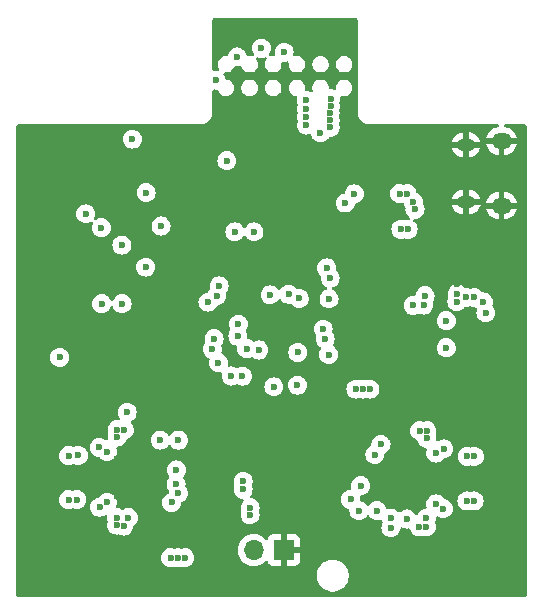
<source format=gbr>
%TF.GenerationSoftware,KiCad,Pcbnew,8.0.2*%
%TF.CreationDate,2024-08-07T22:56:44+12:00*%
%TF.ProjectId,FYP_P2_2,4659505f-5032-45f3-922e-6b696361645f,rev?*%
%TF.SameCoordinates,Original*%
%TF.FileFunction,Copper,L2,Inr*%
%TF.FilePolarity,Positive*%
%FSLAX46Y46*%
G04 Gerber Fmt 4.6, Leading zero omitted, Abs format (unit mm)*
G04 Created by KiCad (PCBNEW 8.0.2) date 2024-08-07 22:56:44*
%MOMM*%
%LPD*%
G01*
G04 APERTURE LIST*
%TA.AperFunction,ComponentPad*%
%ADD10O,1.700000X1.350000*%
%TD*%
%TA.AperFunction,ComponentPad*%
%ADD11O,1.500000X1.100000*%
%TD*%
%TA.AperFunction,ComponentPad*%
%ADD12R,1.700000X1.700000*%
%TD*%
%TA.AperFunction,ComponentPad*%
%ADD13O,1.700000X1.700000*%
%TD*%
%TA.AperFunction,ViaPad*%
%ADD14C,0.600000*%
%TD*%
G04 APERTURE END LIST*
D10*
%TO.N,GND*%
%TO.C,J12*%
X139180000Y-84475000D03*
D11*
X136180000Y-84165000D03*
X136180000Y-79325000D03*
D10*
X139180000Y-79015000D03*
%TD*%
D12*
%TO.N,GND*%
%TO.C,J8*%
X120740000Y-113650000D03*
D13*
%TO.N,+12V*%
X118200000Y-113650000D03*
%TD*%
D14*
%TO.N,+3V3*%
X109057944Y-89683276D03*
X105325000Y-92775000D03*
X124375000Y-89750000D03*
X117300000Y-108500000D03*
X126725000Y-83475000D03*
X134510000Y-96500000D03*
X103970000Y-85170000D03*
X124700000Y-76025000D03*
X124250000Y-95750000D03*
X128650000Y-110300000D03*
X125950000Y-84250000D03*
X117300000Y-107825000D03*
X105300000Y-86350000D03*
X124675000Y-77850000D03*
X123850000Y-78300000D03*
X134510000Y-94225000D03*
X124700000Y-75425000D03*
X101775000Y-97325000D03*
X109092056Y-83366724D03*
X124675000Y-76625000D03*
X116600000Y-86700000D03*
X124675000Y-77225000D03*
X137850000Y-93550000D03*
X110275000Y-104325000D03*
X107925000Y-78850000D03*
X124575025Y-92371855D03*
X115275000Y-91275000D03*
X124665000Y-90625000D03*
X111825000Y-104325000D03*
X119900000Y-99825000D03*
X127100000Y-110300000D03*
X116850000Y-95525000D03*
X118218460Y-86697326D03*
X107050000Y-92775000D03*
%TO.N,GND*%
X137900000Y-80450000D03*
X120575000Y-95400000D03*
X115700000Y-82225000D03*
X111000000Y-78850000D03*
X116575000Y-100425000D03*
X113280000Y-108300000D03*
X135950000Y-90300000D03*
X109700000Y-108975000D03*
X102530000Y-99750000D03*
X137900000Y-83120000D03*
X118150000Y-82300000D03*
X120550000Y-94275000D03*
X127750000Y-103600000D03*
X131750000Y-109050000D03*
X120675000Y-75950000D03*
X132725000Y-106000000D03*
X100320000Y-80200000D03*
X135165000Y-80450000D03*
X135425000Y-91100000D03*
X127710000Y-90590000D03*
X120975000Y-110325000D03*
X119375000Y-93300000D03*
X119950000Y-94925000D03*
X118775000Y-94950000D03*
X137875000Y-97250000D03*
X131800000Y-106175000D03*
X125520000Y-104025000D03*
X129700000Y-107575000D03*
X139800000Y-87100000D03*
X118175000Y-95450000D03*
X132650000Y-107050000D03*
X103175000Y-80700000D03*
X126725000Y-86550000D03*
X122675000Y-71600000D03*
X131525000Y-107475000D03*
X139080000Y-87100000D03*
X108225000Y-107500000D03*
X119400000Y-95475000D03*
X120700000Y-77225000D03*
X137800000Y-90475000D03*
X120700000Y-77825000D03*
X99530000Y-98500000D03*
X108900000Y-106850000D03*
X139175000Y-113375000D03*
X108225000Y-108900000D03*
X135350000Y-90475000D03*
X130450000Y-80200000D03*
X136130000Y-115350000D03*
X99600000Y-80200000D03*
X100250000Y-98500000D03*
X139100000Y-104525000D03*
X109775000Y-105925000D03*
X100300000Y-86350000D03*
X106625000Y-109100000D03*
X135600000Y-99750000D03*
X99550000Y-104400000D03*
X122675000Y-71000000D03*
X125825000Y-78325000D03*
X118800000Y-93775000D03*
X132825000Y-109175000D03*
X120650000Y-75300000D03*
X116590000Y-83640000D03*
X125560000Y-110290000D03*
X128680000Y-113370000D03*
X119400000Y-94300000D03*
X106625000Y-105900000D03*
X112780000Y-101560000D03*
X120543094Y-102730692D03*
X107525000Y-108200000D03*
X102530000Y-115250000D03*
X108975000Y-108200000D03*
X112780000Y-102280000D03*
X133980000Y-98480000D03*
X121525000Y-108525000D03*
X108225000Y-106100000D03*
X100370000Y-113275000D03*
X105440000Y-116380000D03*
X105410000Y-101690000D03*
X126650000Y-75800000D03*
X139820000Y-104525000D03*
X136320000Y-99750000D03*
X126660000Y-75190000D03*
X121525000Y-107805000D03*
X99580000Y-86350000D03*
X112150000Y-112390000D03*
X111540000Y-112390000D03*
X125525000Y-108275000D03*
X139005000Y-98450000D03*
X126650000Y-77250000D03*
X137900000Y-82400000D03*
X113241629Y-99997997D03*
X137900000Y-81170000D03*
X124340000Y-86690000D03*
X127300000Y-96030000D03*
X132550000Y-86550000D03*
X127630000Y-92330000D03*
X122650000Y-69725000D03*
X120600000Y-93250000D03*
X139895000Y-113375000D03*
X103200000Y-92825000D03*
X99650000Y-113275000D03*
X119975000Y-93750000D03*
X100270000Y-104400000D03*
X116280000Y-103770000D03*
X122625000Y-69075000D03*
X122590000Y-86680000D03*
X122150000Y-102730692D03*
X129410000Y-115650000D03*
X103250000Y-99750000D03*
X100345000Y-92350000D03*
X130100000Y-84975000D03*
X118300000Y-94325000D03*
X102455000Y-80700000D03*
X106039230Y-99105478D03*
X102480000Y-92825000D03*
X120700000Y-76625000D03*
X122675000Y-70400000D03*
X129650000Y-106175000D03*
X112000000Y-91294841D03*
X109625000Y-107500000D03*
X114470000Y-109940000D03*
X99625000Y-92350000D03*
X136850000Y-115350000D03*
X139725000Y-98450000D03*
X106825000Y-107500000D03*
X107525000Y-106800000D03*
X132200000Y-108300000D03*
X134770000Y-112620000D03*
X103250000Y-115250000D03*
X133280000Y-116460000D03*
X110210000Y-101230000D03*
X127030000Y-103600000D03*
X136575000Y-90300000D03*
X118180000Y-83640000D03*
X119750000Y-78325000D03*
X137800000Y-91100000D03*
X126650000Y-76500000D03*
X114980000Y-83640000D03*
X134000000Y-113370000D03*
X129675000Y-108850000D03*
X113380000Y-88350000D03*
X116280000Y-104490000D03*
X120350000Y-78350000D03*
X126650000Y-78125000D03*
X137200000Y-90275000D03*
X118200000Y-93300000D03*
%TO.N,+1V1*%
X121150000Y-91975000D03*
X119589292Y-92030000D03*
X121900000Y-99675000D03*
%TO.N,+5V*%
X136175000Y-92250000D03*
X122650000Y-76275000D03*
X122650000Y-75575000D03*
X131725000Y-84150000D03*
X131175000Y-83450000D03*
X122650000Y-76975000D03*
X130650000Y-86475000D03*
X122650000Y-77650000D03*
X137650000Y-92625000D03*
X130550000Y-83450000D03*
X135425000Y-91950000D03*
X136875003Y-92250000D03*
X131275000Y-86475000D03*
X135400000Y-92600000D03*
X131853952Y-84800000D03*
%TO.N,+12V*%
X105800000Y-105300000D03*
X105125000Y-104950000D03*
X117900000Y-110650000D03*
X128040000Y-100010000D03*
X133605000Y-109720000D03*
X126840000Y-100010000D03*
X111160000Y-114280000D03*
X105800000Y-109600000D03*
X105150000Y-110000000D03*
X133605000Y-105420000D03*
X134255000Y-110120000D03*
X117900000Y-110050000D03*
X127440000Y-100010000D03*
X112360000Y-114280000D03*
X111760000Y-114280000D03*
X134280000Y-105070000D03*
%TO.N,Motor1B2*%
X132860000Y-104190000D03*
X136880000Y-105710000D03*
X136270000Y-105710000D03*
X132860000Y-103530000D03*
X132250000Y-103530000D03*
%TO.N,INDEX1*%
X127250000Y-108190000D03*
X121938571Y-96902253D03*
%TO.N,Motor1A1*%
X136250000Y-109480000D03*
X132820000Y-111660000D03*
X132210000Y-111660000D03*
X136860000Y-109480000D03*
X132820000Y-110950000D03*
%TO.N,DIR1*%
X124080625Y-94950000D03*
X131150741Y-111008053D03*
%TO.N,/FYP_P2_2_TMC2209/SPREAD *%
X128975000Y-104700000D03*
X126400000Y-109350000D03*
%TO.N,STEP1*%
X129858044Y-110939989D03*
X124550000Y-97083640D03*
%TO.N,MS2B*%
X111622824Y-108057680D03*
X115211918Y-97766223D03*
%TO.N,Motor2A1*%
X102525000Y-105650000D03*
X106625000Y-103450000D03*
X107250000Y-103450000D03*
X103350000Y-105625000D03*
X106625000Y-104075000D03*
%TO.N,MS2A*%
X116300000Y-98900000D03*
X111811686Y-108835070D03*
%TO.N,INDEX2*%
X116906994Y-94521481D03*
X111650000Y-106857680D03*
%TO.N,EN2*%
X107588515Y-110900672D03*
X117240000Y-98920000D03*
%TO.N,Motor2B2*%
X107200000Y-111600000D03*
X106600000Y-111525000D03*
X106600000Y-110900000D03*
X103225000Y-109375000D03*
X102525000Y-109375000D03*
%TO.N,BATT_SENSE_HV*%
X118849998Y-71160000D03*
X132600000Y-92900000D03*
%TO.N,12V_ENABLE*%
X122048446Y-92331693D03*
X115000000Y-73850000D03*
%TO.N,BATT_SENSE_LV*%
X132703472Y-92106717D03*
X120770000Y-71500000D03*
%TO.N,5V_EN*%
X116800000Y-71890000D03*
X131700000Y-92925000D03*
%TO.N,TX1*%
X114850000Y-95730000D03*
%TO.N,RX1*%
X114697555Y-96620000D03*
%TO.N,SCL_PI*%
X114325000Y-92650000D03*
%TO.N,SDA_PI*%
X115067774Y-92120555D03*
%TO.N,ENCODER_1A*%
X117598811Y-96575915D03*
%TO.N,ENCODER_1B*%
X118625000Y-96700000D03*
%TO.N,/~{USB_BOOT}*%
X115925000Y-80675000D03*
X107041050Y-87815000D03*
X110350000Y-86200000D03*
%TO.N,5VOUT_1*%
X128450000Y-105550000D03*
X129809047Y-111738489D03*
%TO.N,5VOUT_2*%
X111250000Y-109610000D03*
X107478530Y-101981471D03*
%TD*%
%TA.AperFunction,Conductor*%
%TO.N,GND*%
G36*
X126872037Y-68604016D02*
G01*
X126939071Y-68623720D01*
X126984810Y-68676537D01*
X126996001Y-68727961D01*
X126999477Y-76545055D01*
X126999448Y-76545153D01*
X126999460Y-76684020D01*
X126999461Y-76684030D01*
X127029871Y-76856416D01*
X127029873Y-76856423D01*
X127029874Y-76856426D01*
X127039930Y-76884047D01*
X127073042Y-76975003D01*
X127089761Y-77020926D01*
X127177302Y-77172530D01*
X127177305Y-77172534D01*
X127177304Y-77172534D01*
X127289828Y-77306621D01*
X127289841Y-77306634D01*
X127423941Y-77419147D01*
X127423944Y-77419149D01*
X127423948Y-77419152D01*
X127575559Y-77506679D01*
X127740065Y-77566550D01*
X127912469Y-77596948D01*
X128000000Y-77596947D01*
X128065892Y-77596947D01*
X138871536Y-77596947D01*
X138938575Y-77616632D01*
X138984330Y-77669436D01*
X138994274Y-77738594D01*
X138965249Y-77802150D01*
X138906471Y-77839924D01*
X138890934Y-77843420D01*
X138729852Y-77868933D01*
X138553959Y-77926083D01*
X138553956Y-77926084D01*
X138389162Y-78010052D01*
X138239545Y-78118754D01*
X138239540Y-78118758D01*
X138108758Y-78249540D01*
X138108754Y-78249545D01*
X138000052Y-78399162D01*
X137916084Y-78563956D01*
X137916082Y-78563962D01*
X137858932Y-78739855D01*
X137854950Y-78764999D01*
X137854950Y-78765000D01*
X138685025Y-78765000D01*
X138649930Y-78800095D01*
X138603852Y-78879905D01*
X138580000Y-78968922D01*
X138580000Y-79061078D01*
X138603852Y-79150095D01*
X138649930Y-79229905D01*
X138685025Y-79265000D01*
X137854950Y-79265000D01*
X137858932Y-79290144D01*
X137916082Y-79466037D01*
X137916084Y-79466043D01*
X138000052Y-79630837D01*
X138108754Y-79780454D01*
X138108758Y-79780459D01*
X138239540Y-79911241D01*
X138239545Y-79911245D01*
X138389162Y-80019947D01*
X138553956Y-80103915D01*
X138553959Y-80103916D01*
X138729852Y-80161066D01*
X138912527Y-80190000D01*
X138930000Y-80190000D01*
X138930000Y-79365000D01*
X139430000Y-79365000D01*
X139430000Y-80190000D01*
X139447473Y-80190000D01*
X139630147Y-80161066D01*
X139806040Y-80103916D01*
X139806043Y-80103915D01*
X139970837Y-80019947D01*
X140120454Y-79911245D01*
X140120459Y-79911241D01*
X140251241Y-79780459D01*
X140251245Y-79780454D01*
X140359947Y-79630837D01*
X140443915Y-79466043D01*
X140443917Y-79466037D01*
X140501067Y-79290144D01*
X140505049Y-79265000D01*
X139674975Y-79265000D01*
X139710070Y-79229905D01*
X139756148Y-79150095D01*
X139780000Y-79061078D01*
X139780000Y-78968922D01*
X139756148Y-78879905D01*
X139710070Y-78800095D01*
X139674975Y-78765000D01*
X140505050Y-78765000D01*
X140505049Y-78764999D01*
X140501067Y-78739855D01*
X140443917Y-78563962D01*
X140443915Y-78563956D01*
X140359947Y-78399162D01*
X140251245Y-78249545D01*
X140251241Y-78249540D01*
X140120459Y-78118758D01*
X140120454Y-78118754D01*
X139970837Y-78010052D01*
X139806043Y-77926084D01*
X139806040Y-77926083D01*
X139630147Y-77868933D01*
X139469066Y-77843420D01*
X139405931Y-77813491D01*
X139369000Y-77754179D01*
X139369998Y-77684317D01*
X139408608Y-77626084D01*
X139472572Y-77597970D01*
X139488464Y-77596947D01*
X141171947Y-77596947D01*
X141238986Y-77616632D01*
X141284741Y-77669436D01*
X141295947Y-77720947D01*
X141295947Y-117471934D01*
X141276262Y-117538973D01*
X141223458Y-117584728D01*
X141171934Y-117595934D01*
X98236158Y-117591506D01*
X98169121Y-117571815D01*
X98123371Y-117519006D01*
X98112171Y-117467506D01*
X98112171Y-115693713D01*
X123539500Y-115693713D01*
X123539500Y-115906286D01*
X123572753Y-116116239D01*
X123638444Y-116318414D01*
X123734951Y-116507820D01*
X123859890Y-116679786D01*
X124010213Y-116830109D01*
X124182179Y-116955048D01*
X124182181Y-116955049D01*
X124182184Y-116955051D01*
X124371588Y-117051557D01*
X124573757Y-117117246D01*
X124783713Y-117150500D01*
X124783714Y-117150500D01*
X124996286Y-117150500D01*
X124996287Y-117150500D01*
X125206243Y-117117246D01*
X125408412Y-117051557D01*
X125597816Y-116955051D01*
X125619789Y-116939086D01*
X125769786Y-116830109D01*
X125769788Y-116830106D01*
X125769792Y-116830104D01*
X125920104Y-116679792D01*
X125920106Y-116679788D01*
X125920109Y-116679786D01*
X126045048Y-116507820D01*
X126045047Y-116507820D01*
X126045051Y-116507816D01*
X126141557Y-116318412D01*
X126207246Y-116116243D01*
X126240500Y-115906287D01*
X126240500Y-115693713D01*
X126207246Y-115483757D01*
X126141557Y-115281588D01*
X126045051Y-115092184D01*
X126045049Y-115092181D01*
X126045048Y-115092179D01*
X125920109Y-114920213D01*
X125769786Y-114769890D01*
X125597820Y-114644951D01*
X125408414Y-114548444D01*
X125408413Y-114548443D01*
X125408412Y-114548443D01*
X125206243Y-114482754D01*
X125206241Y-114482753D01*
X125206240Y-114482753D01*
X125044957Y-114457208D01*
X124996287Y-114449500D01*
X124783713Y-114449500D01*
X124735042Y-114457208D01*
X124573760Y-114482753D01*
X124371585Y-114548444D01*
X124182179Y-114644951D01*
X124010213Y-114769890D01*
X123859890Y-114920213D01*
X123734951Y-115092179D01*
X123638444Y-115281585D01*
X123572753Y-115483760D01*
X123539500Y-115693713D01*
X98112171Y-115693713D01*
X98112171Y-114279996D01*
X110354435Y-114279996D01*
X110354435Y-114280003D01*
X110374630Y-114459249D01*
X110374631Y-114459254D01*
X110434211Y-114629523D01*
X110471265Y-114688493D01*
X110530184Y-114782262D01*
X110657738Y-114909816D01*
X110748080Y-114966582D01*
X110777489Y-114985061D01*
X110810478Y-115005789D01*
X110980745Y-115065368D01*
X110980750Y-115065369D01*
X111159996Y-115085565D01*
X111160000Y-115085565D01*
X111160004Y-115085565D01*
X111339249Y-115065369D01*
X111339250Y-115065368D01*
X111339255Y-115065368D01*
X111419048Y-115037446D01*
X111488823Y-115033884D01*
X111500933Y-115037440D01*
X111580745Y-115065368D01*
X111580749Y-115065368D01*
X111580751Y-115065369D01*
X111580748Y-115065369D01*
X111759996Y-115085565D01*
X111760000Y-115085565D01*
X111760004Y-115085565D01*
X111939249Y-115065369D01*
X111939250Y-115065368D01*
X111939255Y-115065368D01*
X112019048Y-115037446D01*
X112088823Y-115033884D01*
X112100933Y-115037440D01*
X112180745Y-115065368D01*
X112180749Y-115065368D01*
X112180751Y-115065369D01*
X112180748Y-115065369D01*
X112359996Y-115085565D01*
X112360000Y-115085565D01*
X112360004Y-115085565D01*
X112539249Y-115065369D01*
X112539252Y-115065368D01*
X112539255Y-115065368D01*
X112709522Y-115005789D01*
X112862262Y-114909816D01*
X112989816Y-114782262D01*
X113085789Y-114629522D01*
X113145368Y-114459255D01*
X113146467Y-114449500D01*
X113165565Y-114280003D01*
X113165565Y-114279996D01*
X113145369Y-114100750D01*
X113145368Y-114100745D01*
X113085788Y-113930476D01*
X112989815Y-113777737D01*
X112862262Y-113650184D01*
X112861968Y-113649999D01*
X116844341Y-113649999D01*
X116844341Y-113650000D01*
X116864936Y-113885403D01*
X116864938Y-113885413D01*
X116926094Y-114113655D01*
X116926096Y-114113659D01*
X116926097Y-114113663D01*
X117003663Y-114280003D01*
X117025965Y-114327830D01*
X117025967Y-114327834D01*
X117111159Y-114449500D01*
X117161505Y-114521401D01*
X117328599Y-114688495D01*
X117405135Y-114742086D01*
X117522165Y-114824032D01*
X117522167Y-114824033D01*
X117522170Y-114824035D01*
X117736337Y-114923903D01*
X117964592Y-114985063D01*
X118135319Y-115000000D01*
X118199999Y-115005659D01*
X118200000Y-115005659D01*
X118200001Y-115005659D01*
X118264681Y-115000000D01*
X118435408Y-114985063D01*
X118663663Y-114923903D01*
X118877830Y-114824035D01*
X119071401Y-114688495D01*
X119193717Y-114566178D01*
X119255036Y-114532696D01*
X119324728Y-114537680D01*
X119380662Y-114579551D01*
X119397577Y-114610528D01*
X119446646Y-114742088D01*
X119446649Y-114742093D01*
X119532809Y-114857187D01*
X119532812Y-114857190D01*
X119647906Y-114943350D01*
X119647913Y-114943354D01*
X119782620Y-114993596D01*
X119782627Y-114993598D01*
X119842155Y-114999999D01*
X119842172Y-115000000D01*
X120490000Y-115000000D01*
X120490000Y-114083012D01*
X120547007Y-114115925D01*
X120674174Y-114150000D01*
X120805826Y-114150000D01*
X120932993Y-114115925D01*
X120990000Y-114083012D01*
X120990000Y-115000000D01*
X121637828Y-115000000D01*
X121637844Y-114999999D01*
X121697372Y-114993598D01*
X121697379Y-114993596D01*
X121832086Y-114943354D01*
X121832093Y-114943350D01*
X121947187Y-114857190D01*
X121947190Y-114857187D01*
X122033350Y-114742093D01*
X122033354Y-114742086D01*
X122083596Y-114607379D01*
X122083598Y-114607372D01*
X122089999Y-114547844D01*
X122090000Y-114547827D01*
X122090000Y-113900000D01*
X121173012Y-113900000D01*
X121205925Y-113842993D01*
X121240000Y-113715826D01*
X121240000Y-113584174D01*
X121205925Y-113457007D01*
X121173012Y-113400000D01*
X122090000Y-113400000D01*
X122090000Y-112752172D01*
X122089999Y-112752155D01*
X122083598Y-112692627D01*
X122083596Y-112692620D01*
X122033354Y-112557913D01*
X122033350Y-112557906D01*
X121947190Y-112442812D01*
X121947187Y-112442809D01*
X121832093Y-112356649D01*
X121832086Y-112356645D01*
X121697379Y-112306403D01*
X121697372Y-112306401D01*
X121637844Y-112300000D01*
X120990000Y-112300000D01*
X120990000Y-113216988D01*
X120932993Y-113184075D01*
X120805826Y-113150000D01*
X120674174Y-113150000D01*
X120547007Y-113184075D01*
X120490000Y-113216988D01*
X120490000Y-112300000D01*
X119842155Y-112300000D01*
X119782627Y-112306401D01*
X119782620Y-112306403D01*
X119647913Y-112356645D01*
X119647906Y-112356649D01*
X119532812Y-112442809D01*
X119532809Y-112442812D01*
X119446649Y-112557906D01*
X119446645Y-112557913D01*
X119397578Y-112689470D01*
X119355707Y-112745404D01*
X119290242Y-112769821D01*
X119221969Y-112754969D01*
X119193715Y-112733819D01*
X119149366Y-112689470D01*
X119071401Y-112611505D01*
X119071397Y-112611502D01*
X119071396Y-112611501D01*
X118877834Y-112475967D01*
X118877830Y-112475965D01*
X118812217Y-112445369D01*
X118663663Y-112376097D01*
X118663659Y-112376096D01*
X118663655Y-112376094D01*
X118435413Y-112314938D01*
X118435403Y-112314936D01*
X118200001Y-112294341D01*
X118199999Y-112294341D01*
X117964596Y-112314936D01*
X117964586Y-112314938D01*
X117736344Y-112376094D01*
X117736335Y-112376098D01*
X117522171Y-112475964D01*
X117522169Y-112475965D01*
X117328597Y-112611505D01*
X117161505Y-112778597D01*
X117025965Y-112972169D01*
X117025964Y-112972171D01*
X116926098Y-113186335D01*
X116926094Y-113186344D01*
X116864938Y-113414586D01*
X116864936Y-113414596D01*
X116844341Y-113649999D01*
X112861968Y-113649999D01*
X112709523Y-113554211D01*
X112539254Y-113494631D01*
X112539249Y-113494630D01*
X112360004Y-113474435D01*
X112359996Y-113474435D01*
X112180746Y-113494631D01*
X112180745Y-113494631D01*
X112100953Y-113522551D01*
X112031174Y-113526112D01*
X112019047Y-113522551D01*
X111939253Y-113494631D01*
X111760004Y-113474435D01*
X111759996Y-113474435D01*
X111580746Y-113494631D01*
X111580745Y-113494631D01*
X111500953Y-113522551D01*
X111431174Y-113526112D01*
X111419047Y-113522551D01*
X111339253Y-113494631D01*
X111160004Y-113474435D01*
X111159996Y-113474435D01*
X110980750Y-113494630D01*
X110980745Y-113494631D01*
X110810476Y-113554211D01*
X110657737Y-113650184D01*
X110530184Y-113777737D01*
X110434211Y-113930476D01*
X110374631Y-114100745D01*
X110374630Y-114100750D01*
X110354435Y-114279996D01*
X98112171Y-114279996D01*
X98112171Y-109374996D01*
X101719435Y-109374996D01*
X101719435Y-109375003D01*
X101739630Y-109554249D01*
X101739631Y-109554254D01*
X101799211Y-109724523D01*
X101879475Y-109852262D01*
X101895184Y-109877262D01*
X102022738Y-110004816D01*
X102094648Y-110050000D01*
X102171521Y-110098303D01*
X102175478Y-110100789D01*
X102337040Y-110157322D01*
X102345745Y-110160368D01*
X102345750Y-110160369D01*
X102524996Y-110180565D01*
X102525000Y-110180565D01*
X102525004Y-110180565D01*
X102704249Y-110160369D01*
X102704251Y-110160368D01*
X102704255Y-110160368D01*
X102704258Y-110160366D01*
X102704262Y-110160366D01*
X102834045Y-110114953D01*
X102903824Y-110111391D01*
X102915955Y-110114953D01*
X103045737Y-110160366D01*
X103045743Y-110160367D01*
X103045745Y-110160368D01*
X103045746Y-110160368D01*
X103045750Y-110160369D01*
X103224996Y-110180565D01*
X103225000Y-110180565D01*
X103225004Y-110180565D01*
X103404249Y-110160369D01*
X103404252Y-110160368D01*
X103404255Y-110160368D01*
X103574522Y-110100789D01*
X103727262Y-110004816D01*
X103732082Y-109999996D01*
X104344435Y-109999996D01*
X104344435Y-110000003D01*
X104364630Y-110179249D01*
X104364631Y-110179254D01*
X104424211Y-110349523D01*
X104500381Y-110470746D01*
X104520184Y-110502262D01*
X104647738Y-110629816D01*
X104693438Y-110658531D01*
X104792450Y-110720745D01*
X104800478Y-110725789D01*
X104917141Y-110766611D01*
X104970745Y-110785368D01*
X104970750Y-110785369D01*
X105149996Y-110805565D01*
X105150000Y-110805565D01*
X105150004Y-110805565D01*
X105329249Y-110785369D01*
X105329252Y-110785368D01*
X105329255Y-110785368D01*
X105499522Y-110725789D01*
X105507550Y-110720745D01*
X105606562Y-110658531D01*
X105620006Y-110650083D01*
X105687242Y-110631083D01*
X105754077Y-110651450D01*
X105799292Y-110704718D01*
X105809198Y-110768959D01*
X105794435Y-110899994D01*
X105794435Y-110900003D01*
X105814631Y-111079252D01*
X105846925Y-111171546D01*
X105850486Y-111241325D01*
X105846925Y-111253454D01*
X105814631Y-111345747D01*
X105794435Y-111524996D01*
X105794435Y-111525003D01*
X105814630Y-111704249D01*
X105814631Y-111704254D01*
X105874211Y-111874523D01*
X105921337Y-111949523D01*
X105970184Y-112027262D01*
X106097738Y-112154816D01*
X106188080Y-112211582D01*
X106234502Y-112240751D01*
X106250478Y-112250789D01*
X106390761Y-112299876D01*
X106420745Y-112310368D01*
X106420750Y-112310369D01*
X106599996Y-112330565D01*
X106600000Y-112330565D01*
X106600003Y-112330565D01*
X106693811Y-112319995D01*
X106775721Y-112310766D01*
X106844542Y-112322820D01*
X106845966Y-112323617D01*
X106850470Y-112325786D01*
X106850477Y-112325788D01*
X106850478Y-112325789D01*
X106994250Y-112376097D01*
X107020745Y-112385368D01*
X107020750Y-112385369D01*
X107199996Y-112405565D01*
X107200000Y-112405565D01*
X107200004Y-112405565D01*
X107379249Y-112385369D01*
X107379252Y-112385368D01*
X107379255Y-112385368D01*
X107549522Y-112325789D01*
X107702262Y-112229816D01*
X107829816Y-112102262D01*
X107925789Y-111949522D01*
X107985368Y-111779255D01*
X108000815Y-111642152D01*
X108027881Y-111577739D01*
X108058064Y-111551042D01*
X108090777Y-111530488D01*
X108218331Y-111402934D01*
X108314304Y-111250194D01*
X108373883Y-111079927D01*
X108373959Y-111079252D01*
X108394080Y-110900675D01*
X108394080Y-110900668D01*
X108373884Y-110721422D01*
X108373883Y-110721417D01*
X108363592Y-110692008D01*
X108314304Y-110551150D01*
X108295136Y-110520645D01*
X108249325Y-110447737D01*
X108218331Y-110398410D01*
X108090777Y-110270856D01*
X108082237Y-110265490D01*
X107938038Y-110174883D01*
X107767769Y-110115303D01*
X107767764Y-110115302D01*
X107588519Y-110095107D01*
X107588511Y-110095107D01*
X107409265Y-110115302D01*
X107409252Y-110115305D01*
X107238994Y-110174881D01*
X107160763Y-110224037D01*
X107093526Y-110243037D01*
X107028820Y-110224037D01*
X106949522Y-110174211D01*
X106949518Y-110174209D01*
X106779262Y-110114633D01*
X106779249Y-110114630D01*
X106634334Y-110098303D01*
X106569920Y-110071237D01*
X106530364Y-110013642D01*
X106528227Y-109943805D01*
X106531176Y-109934128D01*
X106585366Y-109779262D01*
X106585369Y-109779249D01*
X106604439Y-109609996D01*
X110444435Y-109609996D01*
X110444435Y-109610003D01*
X110464630Y-109789249D01*
X110464631Y-109789254D01*
X110524211Y-109959523D01*
X110609405Y-110095107D01*
X110620184Y-110112262D01*
X110747738Y-110239816D01*
X110788598Y-110265490D01*
X110857913Y-110309044D01*
X110900478Y-110335789D01*
X111021793Y-110378239D01*
X111070745Y-110395368D01*
X111070750Y-110395369D01*
X111249996Y-110415565D01*
X111250000Y-110415565D01*
X111250004Y-110415565D01*
X111429249Y-110395369D01*
X111429252Y-110395368D01*
X111429255Y-110395368D01*
X111599522Y-110335789D01*
X111752262Y-110239816D01*
X111879816Y-110112262D01*
X111975789Y-109959522D01*
X112035368Y-109789255D01*
X112036496Y-109779249D01*
X112043171Y-109720000D01*
X112048269Y-109674749D01*
X112075335Y-109610336D01*
X112130537Y-109571591D01*
X112132795Y-109570800D01*
X112161208Y-109560859D01*
X112313948Y-109464886D01*
X112441502Y-109337332D01*
X112537475Y-109184592D01*
X112597054Y-109014325D01*
X112598614Y-109000478D01*
X112617251Y-108835073D01*
X112617251Y-108835066D01*
X112597055Y-108655820D01*
X112597054Y-108655815D01*
X112580837Y-108609469D01*
X112537475Y-108485548D01*
X112441502Y-108332808D01*
X112441501Y-108332807D01*
X112437161Y-108327365D01*
X112438930Y-108325953D01*
X112410597Y-108274065D01*
X112408543Y-108233824D01*
X112428389Y-108057683D01*
X112428389Y-108057676D01*
X112408193Y-107878430D01*
X112408192Y-107878425D01*
X112389496Y-107824996D01*
X116494435Y-107824996D01*
X116494435Y-107825003D01*
X116514631Y-108004252D01*
X116555673Y-108121546D01*
X116559234Y-108191325D01*
X116555673Y-108203454D01*
X116514631Y-108320747D01*
X116494435Y-108499996D01*
X116494435Y-108500003D01*
X116514630Y-108679249D01*
X116514631Y-108679254D01*
X116574211Y-108849523D01*
X116656277Y-108980129D01*
X116670184Y-109002262D01*
X116797738Y-109129816D01*
X116862871Y-109170742D01*
X116937669Y-109217741D01*
X116950478Y-109225789D01*
X117061479Y-109264630D01*
X117120745Y-109285368D01*
X117120750Y-109285369D01*
X117188559Y-109293008D01*
X117234982Y-109298239D01*
X117299397Y-109325305D01*
X117338952Y-109382899D01*
X117341091Y-109452736D01*
X117308782Y-109509139D01*
X117270184Y-109547737D01*
X117174211Y-109700476D01*
X117114631Y-109870745D01*
X117114630Y-109870750D01*
X117094435Y-110049996D01*
X117094435Y-110050003D01*
X117114631Y-110229253D01*
X117114631Y-110229254D01*
X117142551Y-110309047D01*
X117146112Y-110378826D01*
X117142551Y-110390953D01*
X117114631Y-110470745D01*
X117114631Y-110470746D01*
X117094435Y-110649996D01*
X117094435Y-110650003D01*
X117114630Y-110829249D01*
X117114631Y-110829254D01*
X117174211Y-110999523D01*
X117228152Y-111085369D01*
X117270184Y-111152262D01*
X117397738Y-111279816D01*
X117456472Y-111316721D01*
X117502997Y-111345955D01*
X117550478Y-111375789D01*
X117628054Y-111402934D01*
X117720745Y-111435368D01*
X117720750Y-111435369D01*
X117899996Y-111455565D01*
X117900000Y-111455565D01*
X117900004Y-111455565D01*
X118079249Y-111435369D01*
X118079252Y-111435368D01*
X118079255Y-111435368D01*
X118249522Y-111375789D01*
X118402262Y-111279816D01*
X118529816Y-111152262D01*
X118625789Y-110999522D01*
X118685368Y-110829255D01*
X118685369Y-110829249D01*
X118705565Y-110650003D01*
X118705565Y-110649996D01*
X118685369Y-110470750D01*
X118685368Y-110470746D01*
X118685368Y-110470745D01*
X118657446Y-110390951D01*
X118653884Y-110321177D01*
X118657440Y-110309066D01*
X118685368Y-110229255D01*
X118685369Y-110229249D01*
X118705565Y-110050003D01*
X118705565Y-110049996D01*
X118685369Y-109870750D01*
X118685368Y-109870745D01*
X118682203Y-109861700D01*
X118625789Y-109700478D01*
X118625188Y-109699522D01*
X118529815Y-109547737D01*
X118402262Y-109420184D01*
X118290559Y-109349996D01*
X125594435Y-109349996D01*
X125594435Y-109350003D01*
X125614630Y-109529249D01*
X125614631Y-109529254D01*
X125674211Y-109699523D01*
X125750384Y-109820750D01*
X125770184Y-109852262D01*
X125897738Y-109979816D01*
X126050478Y-110075789D01*
X126176834Y-110120003D01*
X126216147Y-110133759D01*
X126272923Y-110174481D01*
X126298671Y-110239434D01*
X126298414Y-110264682D01*
X126294435Y-110300002D01*
X126294435Y-110300003D01*
X126314630Y-110479249D01*
X126314631Y-110479254D01*
X126374211Y-110649523D01*
X126459569Y-110785368D01*
X126470184Y-110802262D01*
X126597738Y-110929816D01*
X126750478Y-111025789D01*
X126903275Y-111079255D01*
X126920745Y-111085368D01*
X126920750Y-111085369D01*
X127099996Y-111105565D01*
X127100000Y-111105565D01*
X127100004Y-111105565D01*
X127279249Y-111085369D01*
X127279252Y-111085368D01*
X127279255Y-111085368D01*
X127449522Y-111025789D01*
X127602262Y-110929816D01*
X127729816Y-110802262D01*
X127770007Y-110738297D01*
X127822340Y-110692008D01*
X127891394Y-110681359D01*
X127955242Y-110709734D01*
X127979991Y-110738296D01*
X128020184Y-110802262D01*
X128147738Y-110929816D01*
X128300478Y-111025789D01*
X128453275Y-111079255D01*
X128470745Y-111085368D01*
X128470750Y-111085369D01*
X128649996Y-111105565D01*
X128650000Y-111105565D01*
X128650004Y-111105565D01*
X128829249Y-111085369D01*
X128829252Y-111085368D01*
X128829255Y-111085368D01*
X128829256Y-111085367D01*
X128829259Y-111085367D01*
X128891278Y-111063665D01*
X128918519Y-111054132D01*
X128988298Y-111050570D01*
X129048926Y-111085299D01*
X129076516Y-111130218D01*
X129090977Y-111171546D01*
X129117359Y-111246942D01*
X129120920Y-111316721D01*
X129105313Y-111353865D01*
X129083256Y-111388970D01*
X129023680Y-111559226D01*
X129023677Y-111559239D01*
X129003482Y-111738485D01*
X129003482Y-111738492D01*
X129023677Y-111917738D01*
X129023678Y-111917743D01*
X129083258Y-112088012D01*
X129125234Y-112154816D01*
X129179231Y-112240751D01*
X129306785Y-112368305D01*
X129397127Y-112425071D01*
X129429431Y-112445369D01*
X129459525Y-112464278D01*
X129629792Y-112523857D01*
X129629797Y-112523858D01*
X129809043Y-112544054D01*
X129809047Y-112544054D01*
X129809051Y-112544054D01*
X129988296Y-112523858D01*
X129988299Y-112523857D01*
X129988302Y-112523857D01*
X130158569Y-112464278D01*
X130311309Y-112368305D01*
X130438863Y-112240751D01*
X130534836Y-112088011D01*
X130594415Y-111917744D01*
X130605343Y-111820753D01*
X130632409Y-111756339D01*
X130690003Y-111716784D01*
X130759840Y-111714645D01*
X130794537Y-111729643D01*
X130801219Y-111733842D01*
X130930985Y-111779249D01*
X130971486Y-111793421D01*
X130971491Y-111793422D01*
X131150737Y-111813618D01*
X131150741Y-111813618D01*
X131150744Y-111813618D01*
X131307346Y-111795973D01*
X131376168Y-111808027D01*
X131427548Y-111855376D01*
X131438271Y-111878238D01*
X131484209Y-112009519D01*
X131484211Y-112009522D01*
X131580184Y-112162262D01*
X131707738Y-112289816D01*
X131760264Y-112322820D01*
X131859809Y-112385369D01*
X131860478Y-112385789D01*
X131916995Y-112405565D01*
X132030745Y-112445368D01*
X132030750Y-112445369D01*
X132209996Y-112465565D01*
X132210000Y-112465565D01*
X132210004Y-112465565D01*
X132389251Y-112445369D01*
X132389253Y-112445368D01*
X132389255Y-112445368D01*
X132474045Y-112415697D01*
X132543823Y-112412135D01*
X132555955Y-112415698D01*
X132640748Y-112445369D01*
X132819996Y-112465565D01*
X132820000Y-112465565D01*
X132820004Y-112465565D01*
X132999249Y-112445369D01*
X132999252Y-112445368D01*
X132999255Y-112445368D01*
X133169522Y-112385789D01*
X133322262Y-112289816D01*
X133449816Y-112162262D01*
X133545789Y-112009522D01*
X133605368Y-111839255D01*
X133610532Y-111793422D01*
X133625565Y-111660003D01*
X133625565Y-111659996D01*
X133605369Y-111480750D01*
X133605366Y-111480737D01*
X133558203Y-111345955D01*
X133554640Y-111276176D01*
X133558203Y-111264045D01*
X133605366Y-111129262D01*
X133605369Y-111129249D01*
X133625565Y-110950003D01*
X133625565Y-110949998D01*
X133620536Y-110905368D01*
X133620431Y-110904436D01*
X133632485Y-110835616D01*
X133679833Y-110784236D01*
X133747443Y-110766611D01*
X133809622Y-110785558D01*
X133905478Y-110845789D01*
X134060387Y-110899994D01*
X134075745Y-110905368D01*
X134075750Y-110905369D01*
X134254996Y-110925565D01*
X134255000Y-110925565D01*
X134255004Y-110925565D01*
X134434249Y-110905369D01*
X134434252Y-110905368D01*
X134434255Y-110905368D01*
X134604522Y-110845789D01*
X134757262Y-110749816D01*
X134884816Y-110622262D01*
X134980789Y-110469522D01*
X135040368Y-110299255D01*
X135040369Y-110299249D01*
X135060565Y-110120003D01*
X135060565Y-110119996D01*
X135040369Y-109940750D01*
X135040368Y-109940745D01*
X134998378Y-109820745D01*
X134980789Y-109770478D01*
X134884816Y-109617738D01*
X134757262Y-109490184D01*
X134741048Y-109479996D01*
X135444435Y-109479996D01*
X135444435Y-109480003D01*
X135464630Y-109659249D01*
X135464631Y-109659254D01*
X135524211Y-109829523D01*
X135568023Y-109899249D01*
X135620184Y-109982262D01*
X135747738Y-110109816D01*
X135900478Y-110205789D01*
X135967540Y-110229255D01*
X136070745Y-110265368D01*
X136070750Y-110265369D01*
X136249996Y-110285565D01*
X136250000Y-110285565D01*
X136250004Y-110285565D01*
X136429251Y-110265369D01*
X136429253Y-110265368D01*
X136429255Y-110265368D01*
X136514045Y-110235697D01*
X136583823Y-110232135D01*
X136595953Y-110235697D01*
X136607720Y-110239815D01*
X136680748Y-110265369D01*
X136859996Y-110285565D01*
X136860000Y-110285565D01*
X136860004Y-110285565D01*
X137039249Y-110265369D01*
X137039252Y-110265368D01*
X137039255Y-110265368D01*
X137209522Y-110205789D01*
X137362262Y-110109816D01*
X137489816Y-109982262D01*
X137585789Y-109829522D01*
X137645368Y-109659255D01*
X137650880Y-109610336D01*
X137665565Y-109480003D01*
X137665565Y-109479996D01*
X137645369Y-109300750D01*
X137645368Y-109300745D01*
X137634187Y-109268791D01*
X137585789Y-109130478D01*
X137585372Y-109129815D01*
X137512805Y-109014325D01*
X137489816Y-108977738D01*
X137362262Y-108850184D01*
X137313930Y-108819815D01*
X137209523Y-108754211D01*
X137039254Y-108694631D01*
X137039249Y-108694630D01*
X136860004Y-108674435D01*
X136859996Y-108674435D01*
X136680750Y-108694630D01*
X136680742Y-108694632D01*
X136595954Y-108724301D01*
X136526175Y-108727862D01*
X136514046Y-108724301D01*
X136429257Y-108694632D01*
X136429249Y-108694630D01*
X136250004Y-108674435D01*
X136249996Y-108674435D01*
X136070750Y-108694630D01*
X136070745Y-108694631D01*
X135900476Y-108754211D01*
X135747737Y-108850184D01*
X135620184Y-108977737D01*
X135524211Y-109130476D01*
X135464631Y-109300745D01*
X135464630Y-109300750D01*
X135444435Y-109479996D01*
X134741048Y-109479996D01*
X134697664Y-109452736D01*
X134604521Y-109394210D01*
X134434249Y-109334630D01*
X134358005Y-109326040D01*
X134293591Y-109298973D01*
X134266895Y-109268791D01*
X134234819Y-109217741D01*
X134107262Y-109090184D01*
X133954523Y-108994211D01*
X133784254Y-108934631D01*
X133784249Y-108934630D01*
X133605004Y-108914435D01*
X133604996Y-108914435D01*
X133425750Y-108934630D01*
X133425745Y-108934631D01*
X133255476Y-108994211D01*
X133102737Y-109090184D01*
X132975184Y-109217737D01*
X132879211Y-109370476D01*
X132819631Y-109540745D01*
X132819630Y-109540750D01*
X132799435Y-109719996D01*
X132799435Y-109720003D01*
X132819630Y-109899249D01*
X132819632Y-109899257D01*
X132850828Y-109988410D01*
X132854389Y-110058189D01*
X132819660Y-110118816D01*
X132757667Y-110151043D01*
X132747669Y-110152584D01*
X132640750Y-110164630D01*
X132640745Y-110164631D01*
X132470476Y-110224211D01*
X132317737Y-110320184D01*
X132190184Y-110447737D01*
X132094209Y-110600480D01*
X132088341Y-110617249D01*
X132047617Y-110674023D01*
X131982664Y-110699768D01*
X131914102Y-110686310D01*
X131866307Y-110642262D01*
X131858486Y-110629815D01*
X131780557Y-110505791D01*
X131653003Y-110378237D01*
X131607305Y-110349523D01*
X131500264Y-110282264D01*
X131329995Y-110222684D01*
X131329990Y-110222683D01*
X131150745Y-110202488D01*
X131150737Y-110202488D01*
X130971491Y-110222683D01*
X130971486Y-110222684D01*
X130801217Y-110282264D01*
X130648475Y-110378239D01*
X130648473Y-110378240D01*
X130626101Y-110400612D01*
X130564777Y-110434095D01*
X130495085Y-110429108D01*
X130450742Y-110400609D01*
X130360306Y-110310173D01*
X130207567Y-110214200D01*
X130037298Y-110154620D01*
X130037293Y-110154619D01*
X129858048Y-110134424D01*
X129858040Y-110134424D01*
X129678794Y-110154619D01*
X129678786Y-110154621D01*
X129589523Y-110185856D01*
X129519745Y-110189417D01*
X129459117Y-110154688D01*
X129431527Y-110109768D01*
X129375789Y-109950478D01*
X129329784Y-109877262D01*
X129279816Y-109797738D01*
X129152262Y-109670184D01*
X129068795Y-109617738D01*
X128999523Y-109574211D01*
X128829254Y-109514631D01*
X128829249Y-109514630D01*
X128650004Y-109494435D01*
X128649996Y-109494435D01*
X128470750Y-109514630D01*
X128470745Y-109514631D01*
X128300476Y-109574211D01*
X128147737Y-109670184D01*
X128020184Y-109797737D01*
X127979994Y-109861700D01*
X127927659Y-109907991D01*
X127858605Y-109918639D01*
X127794757Y-109890264D01*
X127770006Y-109861700D01*
X127729815Y-109797737D01*
X127602262Y-109670184D01*
X127449521Y-109574210D01*
X127374736Y-109548042D01*
X127283848Y-109516239D01*
X127227075Y-109475519D01*
X127201327Y-109410567D01*
X127201584Y-109385322D01*
X127205565Y-109350000D01*
X127204138Y-109337332D01*
X127185369Y-109170750D01*
X127185367Y-109170742D01*
X127180202Y-109155980D01*
X127176641Y-109086201D01*
X127211370Y-109025574D01*
X127273364Y-108993347D01*
X127283357Y-108991806D01*
X127330160Y-108986533D01*
X127429249Y-108975369D01*
X127429252Y-108975368D01*
X127429255Y-108975368D01*
X127599522Y-108915789D01*
X127752262Y-108819816D01*
X127879816Y-108692262D01*
X127975789Y-108539522D01*
X128035368Y-108369255D01*
X128040833Y-108320750D01*
X128055565Y-108190003D01*
X128055565Y-108189996D01*
X128035369Y-108010750D01*
X128035368Y-108010745D01*
X127975788Y-107840476D01*
X127936582Y-107778080D01*
X127879816Y-107687738D01*
X127752262Y-107560184D01*
X127744675Y-107555417D01*
X127599523Y-107464211D01*
X127429254Y-107404631D01*
X127429249Y-107404630D01*
X127250004Y-107384435D01*
X127249996Y-107384435D01*
X127070750Y-107404630D01*
X127070745Y-107404631D01*
X126900476Y-107464211D01*
X126747737Y-107560184D01*
X126620184Y-107687737D01*
X126524211Y-107840476D01*
X126464631Y-108010745D01*
X126464630Y-108010750D01*
X126444435Y-108189996D01*
X126444435Y-108190003D01*
X126464630Y-108369249D01*
X126464633Y-108369259D01*
X126469798Y-108384022D01*
X126473357Y-108453801D01*
X126438626Y-108514427D01*
X126376632Y-108546652D01*
X126366639Y-108548193D01*
X126220749Y-108564630D01*
X126220745Y-108564631D01*
X126050476Y-108624211D01*
X125897737Y-108720184D01*
X125770184Y-108847737D01*
X125674211Y-109000476D01*
X125614631Y-109170745D01*
X125614630Y-109170750D01*
X125594435Y-109349996D01*
X118290559Y-109349996D01*
X118249523Y-109324211D01*
X118079254Y-109264631D01*
X118079249Y-109264630D01*
X117965016Y-109251760D01*
X117900602Y-109224694D01*
X117861047Y-109167099D01*
X117858909Y-109097262D01*
X117891217Y-109040860D01*
X117929816Y-109002262D01*
X118025789Y-108849522D01*
X118085368Y-108679255D01*
X118087659Y-108658925D01*
X118105565Y-108500003D01*
X118105565Y-108499996D01*
X118085369Y-108320750D01*
X118085368Y-108320747D01*
X118085368Y-108320745D01*
X118044324Y-108203451D01*
X118040762Y-108133677D01*
X118044318Y-108121567D01*
X118085368Y-108004255D01*
X118103821Y-107840478D01*
X118105565Y-107825003D01*
X118105565Y-107824996D01*
X118085369Y-107645750D01*
X118085368Y-107645745D01*
X118053761Y-107555417D01*
X118025789Y-107475478D01*
X118018709Y-107464211D01*
X117929815Y-107322737D01*
X117802262Y-107195184D01*
X117649523Y-107099211D01*
X117479254Y-107039631D01*
X117479249Y-107039630D01*
X117300004Y-107019435D01*
X117299996Y-107019435D01*
X117120750Y-107039630D01*
X117120745Y-107039631D01*
X116950476Y-107099211D01*
X116797737Y-107195184D01*
X116670184Y-107322737D01*
X116574211Y-107475476D01*
X116514631Y-107645745D01*
X116514630Y-107645750D01*
X116494435Y-107824996D01*
X112389496Y-107824996D01*
X112348612Y-107708156D01*
X112309396Y-107645745D01*
X112252640Y-107555418D01*
X112252639Y-107555417D01*
X112248299Y-107549975D01*
X112250369Y-107548323D01*
X112222686Y-107497626D01*
X112227670Y-107427934D01*
X112256171Y-107383587D01*
X112279816Y-107359942D01*
X112375789Y-107207202D01*
X112435368Y-107036935D01*
X112455565Y-106857680D01*
X112435368Y-106678425D01*
X112375789Y-106508158D01*
X112279816Y-106355418D01*
X112152262Y-106227864D01*
X112127432Y-106212262D01*
X111999523Y-106131891D01*
X111829254Y-106072311D01*
X111829249Y-106072310D01*
X111650004Y-106052115D01*
X111649996Y-106052115D01*
X111470750Y-106072310D01*
X111470745Y-106072311D01*
X111300476Y-106131891D01*
X111147737Y-106227864D01*
X111020184Y-106355417D01*
X110924211Y-106508156D01*
X110864631Y-106678425D01*
X110864630Y-106678430D01*
X110844435Y-106857676D01*
X110844435Y-106857683D01*
X110864630Y-107036929D01*
X110864631Y-107036934D01*
X110924211Y-107207203D01*
X111020184Y-107359942D01*
X111024525Y-107365385D01*
X111022454Y-107367036D01*
X111050138Y-107417734D01*
X111045154Y-107487426D01*
X111016653Y-107531773D01*
X110993008Y-107555417D01*
X110897035Y-107708156D01*
X110837455Y-107878425D01*
X110837454Y-107878430D01*
X110817259Y-108057676D01*
X110817259Y-108057683D01*
X110837454Y-108236929D01*
X110837455Y-108236934D01*
X110897035Y-108407203D01*
X110993008Y-108559942D01*
X110997349Y-108565385D01*
X110995579Y-108566796D01*
X111023912Y-108618684D01*
X111025966Y-108658925D01*
X111013415Y-108770319D01*
X110986349Y-108834733D01*
X110931154Y-108873476D01*
X110900477Y-108884211D01*
X110900475Y-108884212D01*
X110747737Y-108980184D01*
X110620184Y-109107737D01*
X110524211Y-109260476D01*
X110464631Y-109430745D01*
X110464630Y-109430750D01*
X110444435Y-109609996D01*
X106604439Y-109609996D01*
X106605565Y-109600003D01*
X106605565Y-109599996D01*
X106585369Y-109420750D01*
X106585368Y-109420745D01*
X106560612Y-109349996D01*
X106525789Y-109250478D01*
X106505216Y-109217737D01*
X106484390Y-109184592D01*
X106429816Y-109097738D01*
X106302262Y-108970184D01*
X106149523Y-108874211D01*
X105979254Y-108814631D01*
X105979249Y-108814630D01*
X105800004Y-108794435D01*
X105799996Y-108794435D01*
X105620750Y-108814630D01*
X105620745Y-108814631D01*
X105450476Y-108874211D01*
X105297737Y-108970184D01*
X105170183Y-109097738D01*
X105138102Y-109148794D01*
X105085767Y-109195083D01*
X105046995Y-109206039D01*
X104970750Y-109214630D01*
X104800478Y-109274210D01*
X104647737Y-109370184D01*
X104520184Y-109497737D01*
X104424211Y-109650476D01*
X104364631Y-109820745D01*
X104364630Y-109820750D01*
X104344435Y-109999996D01*
X103732082Y-109999996D01*
X103854816Y-109877262D01*
X103950789Y-109724522D01*
X104010368Y-109554255D01*
X104010369Y-109554249D01*
X104030565Y-109375003D01*
X104030565Y-109374996D01*
X104010369Y-109195750D01*
X104010368Y-109195745D01*
X103976074Y-109097738D01*
X103950789Y-109025478D01*
X103943780Y-109014324D01*
X103881016Y-108914435D01*
X103854816Y-108872738D01*
X103727262Y-108745184D01*
X103687475Y-108720184D01*
X103574523Y-108649211D01*
X103404254Y-108589631D01*
X103404249Y-108589630D01*
X103225004Y-108569435D01*
X103224996Y-108569435D01*
X103045750Y-108589630D01*
X103045742Y-108589632D01*
X102915954Y-108635047D01*
X102846175Y-108638608D01*
X102834046Y-108635047D01*
X102704257Y-108589632D01*
X102704249Y-108589630D01*
X102525004Y-108569435D01*
X102524996Y-108569435D01*
X102345750Y-108589630D01*
X102345745Y-108589631D01*
X102175476Y-108649211D01*
X102022737Y-108745184D01*
X101895184Y-108872737D01*
X101799211Y-109025476D01*
X101739631Y-109195745D01*
X101739630Y-109195750D01*
X101719435Y-109374996D01*
X98112171Y-109374996D01*
X98112171Y-105649996D01*
X101719435Y-105649996D01*
X101719435Y-105650003D01*
X101739630Y-105829249D01*
X101739631Y-105829254D01*
X101799211Y-105999523D01*
X101853152Y-106085369D01*
X101895184Y-106152262D01*
X102022738Y-106279816D01*
X102175478Y-106375789D01*
X102274299Y-106410368D01*
X102345745Y-106435368D01*
X102345750Y-106435369D01*
X102524996Y-106455565D01*
X102525000Y-106455565D01*
X102525004Y-106455565D01*
X102704249Y-106435369D01*
X102704252Y-106435368D01*
X102704255Y-106435368D01*
X102874522Y-106375789D01*
X102894568Y-106363192D01*
X102961800Y-106344192D01*
X103001494Y-106351145D01*
X103170737Y-106410366D01*
X103170743Y-106410367D01*
X103170745Y-106410368D01*
X103170746Y-106410368D01*
X103170750Y-106410369D01*
X103349996Y-106430565D01*
X103350000Y-106430565D01*
X103350004Y-106430565D01*
X103529249Y-106410369D01*
X103529252Y-106410368D01*
X103529255Y-106410368D01*
X103699522Y-106350789D01*
X103852262Y-106254816D01*
X103979816Y-106127262D01*
X104075789Y-105974522D01*
X104135368Y-105804255D01*
X104135369Y-105804249D01*
X104155565Y-105625003D01*
X104155565Y-105624996D01*
X104135369Y-105445750D01*
X104135368Y-105445745D01*
X104126358Y-105419996D01*
X104075789Y-105275478D01*
X104059311Y-105249254D01*
X104028662Y-105200476D01*
X103979816Y-105122738D01*
X103852262Y-104995184D01*
X103810005Y-104968632D01*
X103780346Y-104949996D01*
X104319435Y-104949996D01*
X104319435Y-104950003D01*
X104339630Y-105129249D01*
X104339631Y-105129254D01*
X104399211Y-105299523D01*
X104474612Y-105419522D01*
X104495184Y-105452262D01*
X104622738Y-105579816D01*
X104775478Y-105675789D01*
X104873256Y-105710003D01*
X104945745Y-105735368D01*
X104945750Y-105735369D01*
X105082709Y-105750800D01*
X105147123Y-105777866D01*
X105164712Y-105797719D01*
X105165843Y-105796818D01*
X105170182Y-105802259D01*
X105170184Y-105802262D01*
X105297738Y-105929816D01*
X105450478Y-106025789D01*
X105583430Y-106072311D01*
X105620745Y-106085368D01*
X105620750Y-106085369D01*
X105799996Y-106105565D01*
X105800000Y-106105565D01*
X105800004Y-106105565D01*
X105979249Y-106085369D01*
X105979252Y-106085368D01*
X105979255Y-106085368D01*
X106149522Y-106025789D01*
X106302262Y-105929816D01*
X106429816Y-105802262D01*
X106525789Y-105649522D01*
X106560615Y-105549996D01*
X127644435Y-105549996D01*
X127644435Y-105550003D01*
X127664630Y-105729249D01*
X127664631Y-105729254D01*
X127724211Y-105899523D01*
X127771337Y-105974523D01*
X127820184Y-106052262D01*
X127947738Y-106179816D01*
X128100478Y-106275789D01*
X128270745Y-106335368D01*
X128270750Y-106335369D01*
X128449996Y-106355565D01*
X128450000Y-106355565D01*
X128450004Y-106355565D01*
X128629249Y-106335369D01*
X128629252Y-106335368D01*
X128629255Y-106335368D01*
X128799522Y-106275789D01*
X128952262Y-106179816D01*
X129079816Y-106052262D01*
X129175789Y-105899522D01*
X129235368Y-105729255D01*
X129237537Y-105710003D01*
X129255565Y-105550003D01*
X129255565Y-105543036D01*
X129257106Y-105543036D01*
X129267741Y-105482295D01*
X129315087Y-105430912D01*
X129324139Y-105426029D01*
X129324519Y-105425789D01*
X129324522Y-105425789D01*
X129477262Y-105329816D01*
X129604816Y-105202262D01*
X129700789Y-105049522D01*
X129760368Y-104879255D01*
X129760498Y-104878103D01*
X129780565Y-104700003D01*
X129780565Y-104699996D01*
X129760369Y-104520750D01*
X129760368Y-104520745D01*
X129700788Y-104350476D01*
X129656019Y-104279227D01*
X129604816Y-104197738D01*
X129477262Y-104070184D01*
X129416910Y-104032262D01*
X129324523Y-103974211D01*
X129154254Y-103914631D01*
X129154249Y-103914630D01*
X128975004Y-103894435D01*
X128974996Y-103894435D01*
X128795750Y-103914630D01*
X128795745Y-103914631D01*
X128625476Y-103974211D01*
X128472737Y-104070184D01*
X128345184Y-104197737D01*
X128249211Y-104350476D01*
X128189631Y-104520745D01*
X128189630Y-104520750D01*
X128169435Y-104699996D01*
X128169435Y-104706963D01*
X128167898Y-104706963D01*
X128157249Y-104767723D01*
X128109894Y-104819098D01*
X128100866Y-104823967D01*
X127947737Y-104920184D01*
X127820184Y-105047737D01*
X127724211Y-105200476D01*
X127664631Y-105370745D01*
X127664630Y-105370750D01*
X127644435Y-105549996D01*
X106560615Y-105549996D01*
X106585368Y-105479255D01*
X106585369Y-105479249D01*
X106605565Y-105300003D01*
X106605565Y-105299996D01*
X106585369Y-105120750D01*
X106585368Y-105120745D01*
X106557372Y-105040737D01*
X106553811Y-104970958D01*
X106588540Y-104910330D01*
X106650533Y-104878103D01*
X106660531Y-104876562D01*
X106804249Y-104860369D01*
X106804252Y-104860368D01*
X106804255Y-104860368D01*
X106974522Y-104800789D01*
X107127262Y-104704816D01*
X107254816Y-104577262D01*
X107350789Y-104424522D01*
X107385615Y-104324996D01*
X109469435Y-104324996D01*
X109469435Y-104325003D01*
X109489630Y-104504249D01*
X109489631Y-104504254D01*
X109549211Y-104674523D01*
X109604993Y-104763299D01*
X109645184Y-104827262D01*
X109772738Y-104954816D01*
X109805448Y-104975369D01*
X109923461Y-105049522D01*
X109925478Y-105050789D01*
X110095745Y-105110368D01*
X110095750Y-105110369D01*
X110274996Y-105130565D01*
X110275000Y-105130565D01*
X110275004Y-105130565D01*
X110454249Y-105110369D01*
X110454252Y-105110368D01*
X110454255Y-105110368D01*
X110624522Y-105050789D01*
X110777262Y-104954816D01*
X110904816Y-104827262D01*
X110945007Y-104763297D01*
X110997340Y-104717008D01*
X111066394Y-104706359D01*
X111130242Y-104734734D01*
X111154991Y-104763296D01*
X111195184Y-104827262D01*
X111322738Y-104954816D01*
X111355448Y-104975369D01*
X111473461Y-105049522D01*
X111475478Y-105050789D01*
X111645745Y-105110368D01*
X111645750Y-105110369D01*
X111824996Y-105130565D01*
X111825000Y-105130565D01*
X111825004Y-105130565D01*
X112004249Y-105110369D01*
X112004252Y-105110368D01*
X112004255Y-105110368D01*
X112174522Y-105050789D01*
X112327262Y-104954816D01*
X112454816Y-104827262D01*
X112550789Y-104674522D01*
X112610368Y-104504255D01*
X112611287Y-104496101D01*
X112630565Y-104325003D01*
X112630565Y-104324996D01*
X112610369Y-104145750D01*
X112610368Y-104145745D01*
X112583928Y-104070184D01*
X112550789Y-103975478D01*
X112536201Y-103952262D01*
X112454815Y-103822737D01*
X112327262Y-103695184D01*
X112174523Y-103599211D01*
X112004254Y-103539631D01*
X112004249Y-103539630D01*
X111918740Y-103529996D01*
X131444435Y-103529996D01*
X131444435Y-103530003D01*
X131464630Y-103709249D01*
X131464631Y-103709254D01*
X131524211Y-103879523D01*
X131583708Y-103974211D01*
X131620184Y-104032262D01*
X131747738Y-104159816D01*
X131898037Y-104254255D01*
X131900480Y-104255790D01*
X131997324Y-104289678D01*
X132054100Y-104330399D01*
X132073411Y-104365765D01*
X132134210Y-104539521D01*
X132172511Y-104600476D01*
X132230184Y-104692262D01*
X132357738Y-104819816D01*
X132510478Y-104915789D01*
X132620539Y-104954301D01*
X132680745Y-104975368D01*
X132680750Y-104975369D01*
X132749186Y-104983080D01*
X132813600Y-105010146D01*
X132853156Y-105067741D01*
X132855293Y-105137578D01*
X132852345Y-105147254D01*
X132819632Y-105240742D01*
X132819630Y-105240750D01*
X132799435Y-105419996D01*
X132799435Y-105420003D01*
X132819630Y-105599249D01*
X132819631Y-105599254D01*
X132879211Y-105769523D01*
X132954444Y-105889254D01*
X132975184Y-105922262D01*
X133102738Y-106049816D01*
X133255478Y-106145789D01*
X133352719Y-106179815D01*
X133425745Y-106205368D01*
X133425750Y-106205369D01*
X133604996Y-106225565D01*
X133605000Y-106225565D01*
X133605004Y-106225565D01*
X133784249Y-106205369D01*
X133784252Y-106205368D01*
X133784255Y-106205368D01*
X133954522Y-106145789D01*
X134107262Y-106049816D01*
X134234816Y-105922262D01*
X134234819Y-105922256D01*
X134239159Y-105916816D01*
X134241759Y-105918889D01*
X134282694Y-105882145D01*
X134322289Y-105870800D01*
X134355979Y-105867004D01*
X134459249Y-105855369D01*
X134459252Y-105855368D01*
X134459255Y-105855368D01*
X134629522Y-105795789D01*
X134766061Y-105709996D01*
X135464435Y-105709996D01*
X135464435Y-105710003D01*
X135484630Y-105889249D01*
X135484631Y-105889254D01*
X135544211Y-106059523D01*
X135598416Y-106145789D01*
X135640184Y-106212262D01*
X135767738Y-106339816D01*
X135804944Y-106363194D01*
X135919809Y-106435369D01*
X135920478Y-106435789D01*
X135976995Y-106455565D01*
X136090745Y-106495368D01*
X136090750Y-106495369D01*
X136269996Y-106515565D01*
X136270000Y-106515565D01*
X136270004Y-106515565D01*
X136449251Y-106495369D01*
X136449253Y-106495368D01*
X136449255Y-106495368D01*
X136534045Y-106465697D01*
X136603823Y-106462135D01*
X136615955Y-106465698D01*
X136700748Y-106495369D01*
X136879996Y-106515565D01*
X136880000Y-106515565D01*
X136880004Y-106515565D01*
X137059249Y-106495369D01*
X137059252Y-106495368D01*
X137059255Y-106495368D01*
X137229522Y-106435789D01*
X137382262Y-106339816D01*
X137509816Y-106212262D01*
X137605789Y-106059522D01*
X137665368Y-105889255D01*
X137666169Y-105882145D01*
X137685565Y-105710003D01*
X137685565Y-105709996D01*
X137665369Y-105530750D01*
X137665368Y-105530745D01*
X137647351Y-105479255D01*
X137605789Y-105360478D01*
X137509816Y-105207738D01*
X137382262Y-105080184D01*
X137335479Y-105050788D01*
X137229523Y-104984211D01*
X137059254Y-104924631D01*
X137059249Y-104924630D01*
X136880004Y-104904435D01*
X136879996Y-104904435D01*
X136700750Y-104924630D01*
X136700742Y-104924632D01*
X136615954Y-104954301D01*
X136546175Y-104957862D01*
X136534046Y-104954301D01*
X136449257Y-104924632D01*
X136449249Y-104924630D01*
X136270004Y-104904435D01*
X136269996Y-104904435D01*
X136090750Y-104924630D01*
X136090745Y-104924631D01*
X135920476Y-104984211D01*
X135767737Y-105080184D01*
X135640184Y-105207737D01*
X135544211Y-105360476D01*
X135484631Y-105530745D01*
X135484630Y-105530750D01*
X135464435Y-105709996D01*
X134766061Y-105709996D01*
X134782262Y-105699816D01*
X134909816Y-105572262D01*
X135005789Y-105419522D01*
X135065368Y-105249255D01*
X135065369Y-105249249D01*
X135085565Y-105070003D01*
X135085565Y-105069996D01*
X135065369Y-104890750D01*
X135065368Y-104890745D01*
X135040549Y-104819816D01*
X135005789Y-104720478D01*
X134996917Y-104706359D01*
X134944208Y-104622472D01*
X134909816Y-104567738D01*
X134782262Y-104440184D01*
X134745534Y-104417106D01*
X134629523Y-104344211D01*
X134459254Y-104284631D01*
X134459249Y-104284630D01*
X134280004Y-104264435D01*
X134279996Y-104264435D01*
X134100750Y-104284630D01*
X134100745Y-104284631D01*
X133930474Y-104344212D01*
X133844702Y-104398106D01*
X133777466Y-104417106D01*
X133710630Y-104396738D01*
X133665417Y-104343470D01*
X133655511Y-104279229D01*
X133665565Y-104190000D01*
X133662164Y-104159816D01*
X133645369Y-104010753D01*
X133645368Y-104010748D01*
X133645368Y-104010745D01*
X133606949Y-103900952D01*
X133603389Y-103831176D01*
X133606950Y-103819046D01*
X133612406Y-103803454D01*
X133645368Y-103709255D01*
X133654382Y-103629252D01*
X133665565Y-103530003D01*
X133665565Y-103529996D01*
X133645369Y-103350750D01*
X133645368Y-103350745D01*
X133585789Y-103180478D01*
X133489816Y-103027738D01*
X133362262Y-102900184D01*
X133209523Y-102804211D01*
X133039254Y-102744631D01*
X133039249Y-102744630D01*
X132860004Y-102724435D01*
X132859996Y-102724435D01*
X132680750Y-102744630D01*
X132680742Y-102744632D01*
X132595954Y-102774301D01*
X132526175Y-102777862D01*
X132514046Y-102774301D01*
X132429257Y-102744632D01*
X132429249Y-102744630D01*
X132250004Y-102724435D01*
X132249996Y-102724435D01*
X132070750Y-102744630D01*
X132070745Y-102744631D01*
X131900476Y-102804211D01*
X131747737Y-102900184D01*
X131620184Y-103027737D01*
X131524211Y-103180476D01*
X131464631Y-103350745D01*
X131464630Y-103350750D01*
X131444435Y-103529996D01*
X111918740Y-103529996D01*
X111825004Y-103519435D01*
X111824996Y-103519435D01*
X111645750Y-103539630D01*
X111645745Y-103539631D01*
X111475476Y-103599211D01*
X111322737Y-103695184D01*
X111195184Y-103822737D01*
X111154994Y-103886700D01*
X111102659Y-103932991D01*
X111033605Y-103943639D01*
X110969757Y-103915264D01*
X110945006Y-103886700D01*
X110904815Y-103822737D01*
X110777262Y-103695184D01*
X110624523Y-103599211D01*
X110454254Y-103539631D01*
X110454249Y-103539630D01*
X110275004Y-103519435D01*
X110274996Y-103519435D01*
X110095750Y-103539630D01*
X110095745Y-103539631D01*
X109925476Y-103599211D01*
X109772737Y-103695184D01*
X109645184Y-103822737D01*
X109549211Y-103975476D01*
X109489631Y-104145745D01*
X109489630Y-104145750D01*
X109469435Y-104324996D01*
X107385615Y-104324996D01*
X107395542Y-104296625D01*
X107436261Y-104239852D01*
X107471622Y-104220542D01*
X107599522Y-104175789D01*
X107752262Y-104079816D01*
X107879816Y-103952262D01*
X107975789Y-103799522D01*
X108035368Y-103629255D01*
X108045466Y-103539631D01*
X108055565Y-103450003D01*
X108055565Y-103449996D01*
X108035369Y-103270750D01*
X108035368Y-103270745D01*
X108003782Y-103180478D01*
X107975789Y-103100478D01*
X107879816Y-102947738D01*
X107822107Y-102890029D01*
X107788622Y-102828706D01*
X107793606Y-102759014D01*
X107835478Y-102703081D01*
X107843802Y-102697363D01*
X107980792Y-102611287D01*
X108108346Y-102483733D01*
X108204319Y-102330993D01*
X108263898Y-102160726D01*
X108284095Y-101981471D01*
X108263898Y-101802216D01*
X108204319Y-101631949D01*
X108108346Y-101479209D01*
X107980792Y-101351655D01*
X107828053Y-101255682D01*
X107657784Y-101196102D01*
X107657779Y-101196101D01*
X107478534Y-101175906D01*
X107478526Y-101175906D01*
X107299280Y-101196101D01*
X107299275Y-101196102D01*
X107129006Y-101255682D01*
X106976267Y-101351655D01*
X106848714Y-101479208D01*
X106752741Y-101631947D01*
X106693161Y-101802216D01*
X106693160Y-101802221D01*
X106672965Y-101981467D01*
X106672965Y-101981474D01*
X106693160Y-102160720D01*
X106693161Y-102160725D01*
X106752741Y-102330995D01*
X106837435Y-102465782D01*
X106856436Y-102533019D01*
X106836069Y-102599854D01*
X106782801Y-102645069D01*
X106718560Y-102654975D01*
X106625005Y-102644435D01*
X106624996Y-102644435D01*
X106445750Y-102664630D01*
X106445745Y-102664631D01*
X106275476Y-102724211D01*
X106122737Y-102820184D01*
X105995184Y-102947737D01*
X105899211Y-103100476D01*
X105839631Y-103270745D01*
X105839630Y-103270750D01*
X105819435Y-103449996D01*
X105819435Y-103450003D01*
X105839631Y-103629252D01*
X105871925Y-103721546D01*
X105875486Y-103791325D01*
X105871925Y-103803454D01*
X105839631Y-103895747D01*
X105819435Y-104074996D01*
X105819435Y-104075004D01*
X105835292Y-104215749D01*
X105823237Y-104284571D01*
X105775888Y-104335950D01*
X105708277Y-104353574D01*
X105641872Y-104331847D01*
X105632848Y-104324344D01*
X105632705Y-104324525D01*
X105627262Y-104320184D01*
X105474523Y-104224211D01*
X105304254Y-104164631D01*
X105304249Y-104164630D01*
X105125004Y-104144435D01*
X105124996Y-104144435D01*
X104945750Y-104164630D01*
X104945745Y-104164631D01*
X104775476Y-104224211D01*
X104622737Y-104320184D01*
X104495184Y-104447737D01*
X104399211Y-104600476D01*
X104339631Y-104770745D01*
X104339630Y-104770750D01*
X104319435Y-104949996D01*
X103780346Y-104949996D01*
X103699523Y-104899211D01*
X103529254Y-104839631D01*
X103529249Y-104839630D01*
X103350004Y-104819435D01*
X103349996Y-104819435D01*
X103170750Y-104839630D01*
X103170737Y-104839633D01*
X103000480Y-104899209D01*
X102980429Y-104911808D01*
X102913192Y-104930807D01*
X102873504Y-104923854D01*
X102704262Y-104864633D01*
X102704249Y-104864630D01*
X102525004Y-104844435D01*
X102524996Y-104844435D01*
X102345750Y-104864630D01*
X102345745Y-104864631D01*
X102175476Y-104924211D01*
X102022737Y-105020184D01*
X101895184Y-105147737D01*
X101799211Y-105300476D01*
X101739631Y-105470745D01*
X101739630Y-105470750D01*
X101719435Y-105649996D01*
X98112171Y-105649996D01*
X98112171Y-99824996D01*
X119094435Y-99824996D01*
X119094435Y-99825003D01*
X119114630Y-100004249D01*
X119114631Y-100004254D01*
X119174211Y-100174523D01*
X119183468Y-100189255D01*
X119270184Y-100327262D01*
X119397738Y-100454816D01*
X119550478Y-100550789D01*
X119720745Y-100610368D01*
X119720750Y-100610369D01*
X119899996Y-100630565D01*
X119900000Y-100630565D01*
X119900004Y-100630565D01*
X120079249Y-100610369D01*
X120079252Y-100610368D01*
X120079255Y-100610368D01*
X120249522Y-100550789D01*
X120402262Y-100454816D01*
X120529816Y-100327262D01*
X120625789Y-100174522D01*
X120685368Y-100004255D01*
X120702269Y-99854254D01*
X120705565Y-99825003D01*
X120705565Y-99824996D01*
X120688664Y-99674996D01*
X121094435Y-99674996D01*
X121094435Y-99675003D01*
X121114630Y-99854249D01*
X121114631Y-99854254D01*
X121174211Y-100024523D01*
X121268462Y-100174522D01*
X121270184Y-100177262D01*
X121397738Y-100304816D01*
X121550478Y-100400789D01*
X121704878Y-100454816D01*
X121720745Y-100460368D01*
X121720750Y-100460369D01*
X121899996Y-100480565D01*
X121900000Y-100480565D01*
X121900004Y-100480565D01*
X122079249Y-100460369D01*
X122079252Y-100460368D01*
X122079255Y-100460368D01*
X122249522Y-100400789D01*
X122402262Y-100304816D01*
X122529816Y-100177262D01*
X122625789Y-100024522D01*
X122630872Y-100009996D01*
X126034435Y-100009996D01*
X126034435Y-100010003D01*
X126054630Y-100189249D01*
X126054631Y-100189254D01*
X126114211Y-100359523D01*
X126174088Y-100454816D01*
X126210184Y-100512262D01*
X126337738Y-100639816D01*
X126490478Y-100735789D01*
X126660745Y-100795368D01*
X126660750Y-100795369D01*
X126839996Y-100815565D01*
X126840000Y-100815565D01*
X126840004Y-100815565D01*
X127019249Y-100795369D01*
X127019250Y-100795368D01*
X127019255Y-100795368D01*
X127099048Y-100767446D01*
X127168823Y-100763884D01*
X127180933Y-100767440D01*
X127260745Y-100795368D01*
X127260749Y-100795368D01*
X127260751Y-100795369D01*
X127260748Y-100795369D01*
X127439996Y-100815565D01*
X127440000Y-100815565D01*
X127440004Y-100815565D01*
X127619249Y-100795369D01*
X127619250Y-100795368D01*
X127619255Y-100795368D01*
X127699048Y-100767446D01*
X127768823Y-100763884D01*
X127780933Y-100767440D01*
X127860745Y-100795368D01*
X127860749Y-100795368D01*
X127860751Y-100795369D01*
X127860748Y-100795369D01*
X128039996Y-100815565D01*
X128040000Y-100815565D01*
X128040004Y-100815565D01*
X128219249Y-100795369D01*
X128219252Y-100795368D01*
X128219255Y-100795368D01*
X128389522Y-100735789D01*
X128542262Y-100639816D01*
X128669816Y-100512262D01*
X128765789Y-100359522D01*
X128825368Y-100189255D01*
X128825369Y-100189249D01*
X128845565Y-100010003D01*
X128845565Y-100009996D01*
X128825369Y-99830750D01*
X128825368Y-99830745D01*
X128788564Y-99725565D01*
X128765789Y-99660478D01*
X128743992Y-99625789D01*
X128696255Y-99549815D01*
X128669816Y-99507738D01*
X128542262Y-99380184D01*
X128389523Y-99284211D01*
X128219254Y-99224631D01*
X128219249Y-99224630D01*
X128040004Y-99204435D01*
X128039996Y-99204435D01*
X127860746Y-99224631D01*
X127860745Y-99224631D01*
X127780953Y-99252551D01*
X127711174Y-99256112D01*
X127699047Y-99252551D01*
X127619253Y-99224631D01*
X127440004Y-99204435D01*
X127439996Y-99204435D01*
X127260746Y-99224631D01*
X127260745Y-99224631D01*
X127180953Y-99252551D01*
X127111174Y-99256112D01*
X127099047Y-99252551D01*
X127019253Y-99224631D01*
X126840004Y-99204435D01*
X126839996Y-99204435D01*
X126660750Y-99224630D01*
X126660745Y-99224631D01*
X126490476Y-99284211D01*
X126337737Y-99380184D01*
X126210184Y-99507737D01*
X126114211Y-99660476D01*
X126054631Y-99830745D01*
X126054630Y-99830750D01*
X126034435Y-100009996D01*
X122630872Y-100009996D01*
X122685368Y-99854255D01*
X122685369Y-99854249D01*
X122705565Y-99675003D01*
X122705565Y-99674996D01*
X122685369Y-99495750D01*
X122685368Y-99495745D01*
X122625788Y-99325476D01*
X122562423Y-99224632D01*
X122529816Y-99172738D01*
X122402262Y-99045184D01*
X122393426Y-99039632D01*
X122249523Y-98949211D01*
X122079254Y-98889631D01*
X122079249Y-98889630D01*
X121900004Y-98869435D01*
X121899996Y-98869435D01*
X121720750Y-98889630D01*
X121720745Y-98889631D01*
X121550476Y-98949211D01*
X121397737Y-99045184D01*
X121270184Y-99172737D01*
X121174211Y-99325476D01*
X121114631Y-99495745D01*
X121114630Y-99495750D01*
X121094435Y-99674996D01*
X120688664Y-99674996D01*
X120685369Y-99645750D01*
X120685368Y-99645745D01*
X120651801Y-99549816D01*
X120625789Y-99475478D01*
X120529816Y-99322738D01*
X120402262Y-99195184D01*
X120249523Y-99099211D01*
X120079254Y-99039631D01*
X120079249Y-99039630D01*
X119900004Y-99019435D01*
X119899996Y-99019435D01*
X119720750Y-99039630D01*
X119720745Y-99039631D01*
X119550476Y-99099211D01*
X119397737Y-99195184D01*
X119270184Y-99322737D01*
X119174211Y-99475476D01*
X119114631Y-99645745D01*
X119114630Y-99645750D01*
X119094435Y-99824996D01*
X98112171Y-99824996D01*
X98112171Y-97324996D01*
X100969435Y-97324996D01*
X100969435Y-97325003D01*
X100989630Y-97504249D01*
X100989631Y-97504254D01*
X101049211Y-97674523D01*
X101133978Y-97809428D01*
X101145184Y-97827262D01*
X101272738Y-97954816D01*
X101425478Y-98050789D01*
X101436241Y-98054555D01*
X101595745Y-98110368D01*
X101595750Y-98110369D01*
X101774996Y-98130565D01*
X101775000Y-98130565D01*
X101775004Y-98130565D01*
X101954249Y-98110369D01*
X101954252Y-98110368D01*
X101954255Y-98110368D01*
X102124522Y-98050789D01*
X102277262Y-97954816D01*
X102404816Y-97827262D01*
X102500789Y-97674522D01*
X102560368Y-97504255D01*
X102562496Y-97485368D01*
X102580565Y-97325003D01*
X102580565Y-97324996D01*
X102560369Y-97145750D01*
X102560368Y-97145745D01*
X102552151Y-97122262D01*
X102500789Y-96975478D01*
X102404816Y-96822738D01*
X102277262Y-96695184D01*
X102251902Y-96679249D01*
X102157602Y-96619996D01*
X113891990Y-96619996D01*
X113891990Y-96620003D01*
X113912185Y-96799249D01*
X113912186Y-96799254D01*
X113971766Y-96969523D01*
X114043471Y-97083640D01*
X114067739Y-97122262D01*
X114195293Y-97249816D01*
X114251874Y-97285368D01*
X114348032Y-97345789D01*
X114348036Y-97345790D01*
X114376129Y-97355621D01*
X114432905Y-97396342D01*
X114458652Y-97461295D01*
X114452216Y-97513616D01*
X114426550Y-97586965D01*
X114426548Y-97586973D01*
X114406353Y-97766219D01*
X114406353Y-97766226D01*
X114426548Y-97945472D01*
X114426549Y-97945477D01*
X114486129Y-98115746D01*
X114550669Y-98218460D01*
X114582102Y-98268485D01*
X114709656Y-98396039D01*
X114862396Y-98492012D01*
X115029482Y-98550478D01*
X115032663Y-98551591D01*
X115032668Y-98551592D01*
X115211914Y-98571788D01*
X115211918Y-98571788D01*
X115211922Y-98571788D01*
X115385214Y-98552263D01*
X115454036Y-98564318D01*
X115505415Y-98611667D01*
X115523039Y-98679277D01*
X115516139Y-98716437D01*
X115514632Y-98720742D01*
X115514630Y-98720750D01*
X115494435Y-98899996D01*
X115494435Y-98900003D01*
X115514630Y-99079249D01*
X115514631Y-99079254D01*
X115574211Y-99249523D01*
X115621936Y-99325476D01*
X115670184Y-99402262D01*
X115797738Y-99529816D01*
X115829568Y-99549816D01*
X115911887Y-99601541D01*
X115950478Y-99625789D01*
X116091104Y-99674996D01*
X116120745Y-99685368D01*
X116120750Y-99685369D01*
X116299996Y-99705565D01*
X116300000Y-99705565D01*
X116300004Y-99705565D01*
X116479249Y-99685369D01*
X116479252Y-99685368D01*
X116479255Y-99685368D01*
X116649522Y-99625789D01*
X116688114Y-99601539D01*
X116755346Y-99582539D01*
X116820056Y-99601539D01*
X116835287Y-99611110D01*
X116890475Y-99645788D01*
X117060745Y-99705368D01*
X117060750Y-99705369D01*
X117239996Y-99725565D01*
X117240000Y-99725565D01*
X117240004Y-99725565D01*
X117419249Y-99705369D01*
X117419252Y-99705368D01*
X117419255Y-99705368D01*
X117589522Y-99645789D01*
X117742262Y-99549816D01*
X117869816Y-99422262D01*
X117965789Y-99269522D01*
X118025368Y-99099255D01*
X118025373Y-99099211D01*
X118045565Y-98920003D01*
X118045565Y-98919996D01*
X118025369Y-98740750D01*
X118025368Y-98740745D01*
X118003859Y-98679277D01*
X117965789Y-98570478D01*
X117961918Y-98564318D01*
X117869815Y-98417737D01*
X117742262Y-98290184D01*
X117589523Y-98194211D01*
X117419254Y-98134631D01*
X117419249Y-98134630D01*
X117240004Y-98114435D01*
X117239996Y-98114435D01*
X117060750Y-98134630D01*
X117060737Y-98134633D01*
X116890480Y-98194209D01*
X116851884Y-98218460D01*
X116784647Y-98237459D01*
X116719942Y-98218459D01*
X116649522Y-98174211D01*
X116479254Y-98114631D01*
X116479249Y-98114630D01*
X116300004Y-98094435D01*
X116299996Y-98094435D01*
X116126703Y-98113959D01*
X116057881Y-98101904D01*
X116006502Y-98054555D01*
X115988878Y-97986944D01*
X115995783Y-97949772D01*
X115997286Y-97945477D01*
X115997287Y-97945472D01*
X116017483Y-97766226D01*
X116017483Y-97766219D01*
X115997287Y-97586973D01*
X115997286Y-97586968D01*
X115961735Y-97485369D01*
X115937707Y-97416701D01*
X115841734Y-97263961D01*
X115714180Y-97136407D01*
X115561442Y-97040435D01*
X115561439Y-97040433D01*
X115533342Y-97030602D01*
X115476566Y-96989881D01*
X115450819Y-96924928D01*
X115457255Y-96872608D01*
X115482923Y-96799255D01*
X115487890Y-96755170D01*
X115503120Y-96620003D01*
X115503120Y-96619996D01*
X115482924Y-96440750D01*
X115482921Y-96440737D01*
X115453810Y-96357544D01*
X115450247Y-96287766D01*
X115477400Y-96239241D01*
X115475475Y-96237706D01*
X115479815Y-96232263D01*
X115501510Y-96197737D01*
X115575789Y-96079522D01*
X115635368Y-95909255D01*
X115637038Y-95894435D01*
X115655565Y-95730003D01*
X115655565Y-95729996D01*
X115635369Y-95550750D01*
X115635368Y-95550745D01*
X115626358Y-95524996D01*
X116044435Y-95524996D01*
X116044435Y-95525003D01*
X116064630Y-95704249D01*
X116064631Y-95704254D01*
X116124211Y-95874523D01*
X116201632Y-95997737D01*
X116220184Y-96027262D01*
X116347738Y-96154816D01*
X116382191Y-96176464D01*
X116479656Y-96237706D01*
X116500478Y-96250789D01*
X116670745Y-96310368D01*
X116670750Y-96310369D01*
X116698032Y-96313443D01*
X116762447Y-96340509D01*
X116802002Y-96398103D01*
X116807370Y-96450545D01*
X116793246Y-96575909D01*
X116793246Y-96575918D01*
X116813441Y-96755164D01*
X116813442Y-96755169D01*
X116873022Y-96925438D01*
X116945279Y-97040433D01*
X116968995Y-97078177D01*
X117096549Y-97205731D01*
X117249289Y-97301704D01*
X117375277Y-97345789D01*
X117419556Y-97361283D01*
X117419561Y-97361284D01*
X117598807Y-97381480D01*
X117598811Y-97381480D01*
X117598815Y-97381480D01*
X117778060Y-97361284D01*
X117778062Y-97361283D01*
X117778066Y-97361283D01*
X117778069Y-97361281D01*
X117778073Y-97361281D01*
X117841888Y-97338950D01*
X117948333Y-97301704D01*
X117954440Y-97297866D01*
X118021670Y-97278862D01*
X118088507Y-97299224D01*
X118108097Y-97315175D01*
X118122738Y-97329816D01*
X118172819Y-97361284D01*
X118261014Y-97416701D01*
X118275478Y-97425789D01*
X118445745Y-97485368D01*
X118445750Y-97485369D01*
X118624996Y-97505565D01*
X118625000Y-97505565D01*
X118625004Y-97505565D01*
X118804249Y-97485369D01*
X118804252Y-97485368D01*
X118804255Y-97485368D01*
X118974522Y-97425789D01*
X119127262Y-97329816D01*
X119254816Y-97202262D01*
X119350789Y-97049522D01*
X119402322Y-96902249D01*
X121133006Y-96902249D01*
X121133006Y-96902256D01*
X121153201Y-97081502D01*
X121153202Y-97081507D01*
X121212782Y-97251776D01*
X121281591Y-97361284D01*
X121308755Y-97404515D01*
X121436309Y-97532069D01*
X121589049Y-97628042D01*
X121721881Y-97674522D01*
X121759316Y-97687621D01*
X121759321Y-97687622D01*
X121938567Y-97707818D01*
X121938571Y-97707818D01*
X121938575Y-97707818D01*
X122117820Y-97687622D01*
X122117823Y-97687621D01*
X122117826Y-97687621D01*
X122288093Y-97628042D01*
X122440833Y-97532069D01*
X122568387Y-97404515D01*
X122664360Y-97251775D01*
X122723939Y-97081508D01*
X122723940Y-97081502D01*
X122744136Y-96902256D01*
X122744136Y-96902249D01*
X122723940Y-96723003D01*
X122723939Y-96722998D01*
X122708632Y-96679254D01*
X122664360Y-96552731D01*
X122656129Y-96539632D01*
X122616014Y-96475789D01*
X122568387Y-96399991D01*
X122440833Y-96272437D01*
X122408725Y-96252262D01*
X122288094Y-96176464D01*
X122117825Y-96116884D01*
X122117820Y-96116883D01*
X121938575Y-96096688D01*
X121938567Y-96096688D01*
X121759321Y-96116883D01*
X121759316Y-96116884D01*
X121589047Y-96176464D01*
X121436308Y-96272437D01*
X121308755Y-96399990D01*
X121212782Y-96552729D01*
X121153202Y-96722998D01*
X121153201Y-96723003D01*
X121133006Y-96902249D01*
X119402322Y-96902249D01*
X119410368Y-96879255D01*
X119410369Y-96879249D01*
X119430565Y-96700003D01*
X119430565Y-96699996D01*
X119410369Y-96520750D01*
X119410368Y-96520745D01*
X119385117Y-96448582D01*
X119350789Y-96350478D01*
X119332106Y-96320745D01*
X119309019Y-96284001D01*
X119254816Y-96197738D01*
X119127262Y-96070184D01*
X119114613Y-96062236D01*
X118974523Y-95974211D01*
X118804254Y-95914631D01*
X118804249Y-95914630D01*
X118625004Y-95894435D01*
X118624996Y-95894435D01*
X118445750Y-95914630D01*
X118445737Y-95914633D01*
X118275478Y-95974210D01*
X118275474Y-95974211D01*
X118269356Y-95978056D01*
X118202118Y-95997050D01*
X118135284Y-95976678D01*
X118115712Y-95960738D01*
X118101073Y-95946099D01*
X117948332Y-95850125D01*
X117778060Y-95790545D01*
X117750775Y-95787471D01*
X117686361Y-95760403D01*
X117646807Y-95702808D01*
X117641440Y-95650368D01*
X117655565Y-95525003D01*
X117655565Y-95524996D01*
X117635369Y-95345750D01*
X117635368Y-95345745D01*
X117575789Y-95175478D01*
X117575788Y-95175476D01*
X117550081Y-95134564D01*
X117531081Y-95067330D01*
X117550082Y-95002620D01*
X117564828Y-94979153D01*
X117583149Y-94949996D01*
X123275060Y-94949996D01*
X123275060Y-94950003D01*
X123295255Y-95129249D01*
X123295256Y-95129254D01*
X123354836Y-95299523D01*
X123454514Y-95458158D01*
X123451830Y-95459844D01*
X123472926Y-95511700D01*
X123466598Y-95565125D01*
X123464631Y-95570746D01*
X123444435Y-95749996D01*
X123444435Y-95750003D01*
X123464630Y-95929249D01*
X123464631Y-95929254D01*
X123524211Y-96099523D01*
X123585924Y-96197738D01*
X123620184Y-96252262D01*
X123747738Y-96379816D01*
X123816394Y-96422955D01*
X123857178Y-96448582D01*
X123903469Y-96500917D01*
X123914117Y-96569971D01*
X123896200Y-96619548D01*
X123824211Y-96734116D01*
X123764631Y-96904385D01*
X123764630Y-96904390D01*
X123744435Y-97083636D01*
X123744435Y-97083643D01*
X123764630Y-97262889D01*
X123764631Y-97262894D01*
X123824211Y-97433163D01*
X123886358Y-97532068D01*
X123920184Y-97585902D01*
X124047738Y-97713456D01*
X124200478Y-97809429D01*
X124251442Y-97827262D01*
X124370745Y-97869008D01*
X124370750Y-97869009D01*
X124549996Y-97889205D01*
X124550000Y-97889205D01*
X124550004Y-97889205D01*
X124729249Y-97869009D01*
X124729252Y-97869008D01*
X124729255Y-97869008D01*
X124899522Y-97809429D01*
X125052262Y-97713456D01*
X125179816Y-97585902D01*
X125275789Y-97433162D01*
X125335368Y-97262895D01*
X125349620Y-97136407D01*
X125355565Y-97083643D01*
X125355565Y-97083636D01*
X125335369Y-96904390D01*
X125335368Y-96904385D01*
X125326574Y-96879254D01*
X125275789Y-96734118D01*
X125241312Y-96679249D01*
X125179815Y-96581377D01*
X125098434Y-96499996D01*
X133704435Y-96499996D01*
X133704435Y-96500003D01*
X133724630Y-96679249D01*
X133724631Y-96679254D01*
X133784211Y-96849523D01*
X133831912Y-96925438D01*
X133880184Y-97002262D01*
X134007738Y-97129816D01*
X134160478Y-97225789D01*
X134312152Y-97278862D01*
X134330745Y-97285368D01*
X134330750Y-97285369D01*
X134509996Y-97305565D01*
X134510000Y-97305565D01*
X134510004Y-97305565D01*
X134689249Y-97285369D01*
X134689252Y-97285368D01*
X134689255Y-97285368D01*
X134859522Y-97225789D01*
X135012262Y-97129816D01*
X135139816Y-97002262D01*
X135235789Y-96849522D01*
X135295368Y-96679255D01*
X135302044Y-96620003D01*
X135315565Y-96500003D01*
X135315565Y-96499996D01*
X135295369Y-96320750D01*
X135295368Y-96320745D01*
X135270889Y-96250788D01*
X135235789Y-96150478D01*
X135214680Y-96116884D01*
X135180343Y-96062236D01*
X135139816Y-95997738D01*
X135012262Y-95870184D01*
X134980340Y-95850126D01*
X134859523Y-95774211D01*
X134689254Y-95714631D01*
X134689249Y-95714630D01*
X134510004Y-95694435D01*
X134509996Y-95694435D01*
X134330750Y-95714630D01*
X134330745Y-95714631D01*
X134160476Y-95774211D01*
X134007737Y-95870184D01*
X133880184Y-95997737D01*
X133784211Y-96150476D01*
X133724631Y-96320745D01*
X133724630Y-96320750D01*
X133704435Y-96499996D01*
X125098434Y-96499996D01*
X125052262Y-96453824D01*
X124942822Y-96385058D01*
X124896531Y-96332723D01*
X124885883Y-96263669D01*
X124903800Y-96214092D01*
X124964879Y-96116885D01*
X124975789Y-96099522D01*
X125035368Y-95929255D01*
X125035369Y-95929249D01*
X125055565Y-95750003D01*
X125055565Y-95749996D01*
X125035369Y-95570750D01*
X125035368Y-95570745D01*
X124975788Y-95400476D01*
X124876111Y-95241842D01*
X124878843Y-95240124D01*
X124857733Y-95188641D01*
X124864028Y-95134868D01*
X124865993Y-95129255D01*
X124865994Y-95129247D01*
X124886190Y-94950003D01*
X124886190Y-94949996D01*
X124865994Y-94770750D01*
X124865993Y-94770745D01*
X124806413Y-94600476D01*
X124710440Y-94447737D01*
X124582887Y-94320184D01*
X124431397Y-94224996D01*
X133704435Y-94224996D01*
X133704435Y-94225003D01*
X133724630Y-94404249D01*
X133724631Y-94404254D01*
X133784211Y-94574523D01*
X133880184Y-94727262D01*
X134007738Y-94854816D01*
X134033501Y-94871004D01*
X134150677Y-94944631D01*
X134160478Y-94950789D01*
X134313149Y-95004211D01*
X134330745Y-95010368D01*
X134330750Y-95010369D01*
X134509996Y-95030565D01*
X134510000Y-95030565D01*
X134510004Y-95030565D01*
X134689249Y-95010369D01*
X134689252Y-95010368D01*
X134689255Y-95010368D01*
X134859522Y-94950789D01*
X135012262Y-94854816D01*
X135139816Y-94727262D01*
X135235789Y-94574522D01*
X135295368Y-94404255D01*
X135300854Y-94355565D01*
X135315565Y-94225003D01*
X135315565Y-94224996D01*
X135295369Y-94045750D01*
X135295368Y-94045745D01*
X135286086Y-94019218D01*
X135235789Y-93875478D01*
X135139816Y-93722738D01*
X135012262Y-93595184D01*
X134988996Y-93580565D01*
X134859523Y-93499211D01*
X134689254Y-93439631D01*
X134689249Y-93439630D01*
X134510004Y-93419435D01*
X134509996Y-93419435D01*
X134330750Y-93439630D01*
X134330745Y-93439631D01*
X134160476Y-93499211D01*
X134007737Y-93595184D01*
X133880184Y-93722737D01*
X133784211Y-93875476D01*
X133724631Y-94045745D01*
X133724630Y-94045750D01*
X133704435Y-94224996D01*
X124431397Y-94224996D01*
X124430148Y-94224211D01*
X124259879Y-94164631D01*
X124259874Y-94164630D01*
X124080629Y-94144435D01*
X124080621Y-94144435D01*
X123901375Y-94164630D01*
X123901370Y-94164631D01*
X123731101Y-94224211D01*
X123578362Y-94320184D01*
X123450809Y-94447737D01*
X123354836Y-94600476D01*
X123295256Y-94770745D01*
X123295255Y-94770750D01*
X123275060Y-94949996D01*
X117583149Y-94949996D01*
X117632783Y-94871003D01*
X117692362Y-94700736D01*
X117692363Y-94700730D01*
X117712559Y-94521484D01*
X117712559Y-94521477D01*
X117692363Y-94342231D01*
X117692362Y-94342226D01*
X117632782Y-94171957D01*
X117557572Y-94052262D01*
X117536810Y-94019219D01*
X117409256Y-93891665D01*
X117383495Y-93875478D01*
X117256517Y-93795692D01*
X117086248Y-93736112D01*
X117086243Y-93736111D01*
X116906998Y-93715916D01*
X116906990Y-93715916D01*
X116727744Y-93736111D01*
X116727739Y-93736112D01*
X116557470Y-93795692D01*
X116404731Y-93891665D01*
X116277178Y-94019218D01*
X116181205Y-94171957D01*
X116121625Y-94342226D01*
X116121624Y-94342231D01*
X116101429Y-94521477D01*
X116101429Y-94521484D01*
X116121624Y-94700730D01*
X116121625Y-94700735D01*
X116181205Y-94871004D01*
X116206912Y-94911916D01*
X116225912Y-94979153D01*
X116206912Y-95043860D01*
X116124211Y-95175476D01*
X116064631Y-95345745D01*
X116064630Y-95345750D01*
X116044435Y-95524996D01*
X115626358Y-95524996D01*
X115575789Y-95380478D01*
X115479816Y-95227738D01*
X115352262Y-95100184D01*
X115199523Y-95004211D01*
X115029254Y-94944631D01*
X115029249Y-94944630D01*
X114850004Y-94924435D01*
X114849996Y-94924435D01*
X114670750Y-94944630D01*
X114670745Y-94944631D01*
X114500476Y-95004211D01*
X114347737Y-95100184D01*
X114220184Y-95227737D01*
X114124211Y-95380476D01*
X114064631Y-95550745D01*
X114064630Y-95550750D01*
X114044435Y-95729996D01*
X114044435Y-95730003D01*
X114064631Y-95909252D01*
X114093745Y-95992457D01*
X114097306Y-96062236D01*
X114070167Y-96110770D01*
X114072080Y-96112295D01*
X114067739Y-96117738D01*
X113971766Y-96270476D01*
X113912186Y-96440745D01*
X113912185Y-96440750D01*
X113891990Y-96619996D01*
X102157602Y-96619996D01*
X102124523Y-96599211D01*
X101954254Y-96539631D01*
X101954249Y-96539630D01*
X101775004Y-96519435D01*
X101774996Y-96519435D01*
X101595750Y-96539630D01*
X101595745Y-96539631D01*
X101425476Y-96599211D01*
X101272737Y-96695184D01*
X101145184Y-96822737D01*
X101049211Y-96975476D01*
X100989631Y-97145745D01*
X100989630Y-97145750D01*
X100969435Y-97324996D01*
X98112171Y-97324996D01*
X98112171Y-92774996D01*
X104519435Y-92774996D01*
X104519435Y-92775003D01*
X104539630Y-92954249D01*
X104539631Y-92954254D01*
X104599211Y-93124523D01*
X104677754Y-93249522D01*
X104695184Y-93277262D01*
X104822738Y-93404816D01*
X104913080Y-93461582D01*
X104972966Y-93499211D01*
X104975478Y-93500789D01*
X105129878Y-93554816D01*
X105145745Y-93560368D01*
X105145750Y-93560369D01*
X105324996Y-93580565D01*
X105325000Y-93580565D01*
X105325004Y-93580565D01*
X105504249Y-93560369D01*
X105504252Y-93560368D01*
X105504255Y-93560368D01*
X105674522Y-93500789D01*
X105827262Y-93404816D01*
X105954816Y-93277262D01*
X106050789Y-93124522D01*
X106070458Y-93068312D01*
X106111180Y-93011535D01*
X106176133Y-92985788D01*
X106244694Y-92999244D01*
X106295097Y-93047631D01*
X106304542Y-93068312D01*
X106324210Y-93124521D01*
X106390371Y-93229815D01*
X106420184Y-93277262D01*
X106547738Y-93404816D01*
X106638080Y-93461582D01*
X106697966Y-93499211D01*
X106700478Y-93500789D01*
X106854878Y-93554816D01*
X106870745Y-93560368D01*
X106870750Y-93560369D01*
X107049996Y-93580565D01*
X107050000Y-93580565D01*
X107050004Y-93580565D01*
X107229249Y-93560369D01*
X107229252Y-93560368D01*
X107229255Y-93560368D01*
X107399522Y-93500789D01*
X107552262Y-93404816D01*
X107679816Y-93277262D01*
X107775789Y-93124522D01*
X107835368Y-92954255D01*
X107835369Y-92954249D01*
X107855565Y-92775003D01*
X107855565Y-92774996D01*
X107841481Y-92649996D01*
X113519435Y-92649996D01*
X113519435Y-92650003D01*
X113539630Y-92829249D01*
X113539631Y-92829254D01*
X113599211Y-92999523D01*
X113665019Y-93104255D01*
X113695184Y-93152262D01*
X113822738Y-93279816D01*
X113895902Y-93325788D01*
X113967453Y-93370747D01*
X113975478Y-93375789D01*
X114060573Y-93405565D01*
X114145745Y-93435368D01*
X114145750Y-93435369D01*
X114324996Y-93455565D01*
X114325000Y-93455565D01*
X114325004Y-93455565D01*
X114504249Y-93435369D01*
X114504252Y-93435368D01*
X114504255Y-93435368D01*
X114674522Y-93375789D01*
X114827262Y-93279816D01*
X114954816Y-93152262D01*
X115050789Y-92999522D01*
X115051092Y-92998654D01*
X115051442Y-92998166D01*
X115053812Y-92993246D01*
X115054673Y-92993660D01*
X115091803Y-92941876D01*
X115154252Y-92916375D01*
X115247029Y-92905923D01*
X115417296Y-92846344D01*
X115570036Y-92750371D01*
X115697590Y-92622817D01*
X115793563Y-92470077D01*
X115853142Y-92299810D01*
X115853143Y-92299804D01*
X115873339Y-92120558D01*
X115873339Y-92120551D01*
X115863136Y-92029996D01*
X118783727Y-92029996D01*
X118783727Y-92030003D01*
X118803922Y-92209249D01*
X118803923Y-92209254D01*
X118863503Y-92379523D01*
X118959476Y-92532262D01*
X119087030Y-92659816D01*
X119152238Y-92700789D01*
X119231145Y-92750370D01*
X119239770Y-92755789D01*
X119306832Y-92779255D01*
X119410037Y-92815368D01*
X119410042Y-92815369D01*
X119589288Y-92835565D01*
X119589292Y-92835565D01*
X119589296Y-92835565D01*
X119768541Y-92815369D01*
X119768544Y-92815368D01*
X119768547Y-92815368D01*
X119938814Y-92755789D01*
X120091554Y-92659816D01*
X120219108Y-92532262D01*
X120281932Y-92432277D01*
X120334266Y-92385988D01*
X120403319Y-92375340D01*
X120467168Y-92403715D01*
X120491918Y-92432278D01*
X120506974Y-92456239D01*
X120520184Y-92477262D01*
X120647738Y-92604816D01*
X120800478Y-92700789D01*
X120942175Y-92750371D01*
X120970745Y-92760368D01*
X120970750Y-92760369D01*
X121149996Y-92780565D01*
X121150000Y-92780565D01*
X121150004Y-92780565D01*
X121292116Y-92764553D01*
X121360937Y-92776608D01*
X121410991Y-92821798D01*
X121418630Y-92833955D01*
X121546184Y-92961509D01*
X121618248Y-93006790D01*
X121695871Y-93055564D01*
X121698924Y-93057482D01*
X121832591Y-93104254D01*
X121869191Y-93117061D01*
X121869196Y-93117062D01*
X122048442Y-93137258D01*
X122048446Y-93137258D01*
X122048450Y-93137258D01*
X122227695Y-93117062D01*
X122227698Y-93117061D01*
X122227701Y-93117061D01*
X122397968Y-93057482D01*
X122550708Y-92961509D01*
X122678262Y-92833955D01*
X122774235Y-92681215D01*
X122833814Y-92510948D01*
X122837111Y-92481688D01*
X122854011Y-92331696D01*
X122854011Y-92331689D01*
X122833815Y-92152443D01*
X122833814Y-92152438D01*
X122825056Y-92127410D01*
X122774235Y-91982171D01*
X122766232Y-91969435D01*
X122700379Y-91864630D01*
X122678262Y-91829431D01*
X122550708Y-91701877D01*
X122516649Y-91680476D01*
X122397969Y-91605904D01*
X122227700Y-91546324D01*
X122227695Y-91546323D01*
X122048450Y-91526128D01*
X122048442Y-91526128D01*
X121906329Y-91542139D01*
X121837507Y-91530084D01*
X121787452Y-91484891D01*
X121779816Y-91472738D01*
X121652262Y-91345184D01*
X121614329Y-91321349D01*
X121499523Y-91249211D01*
X121329254Y-91189631D01*
X121329249Y-91189630D01*
X121150004Y-91169435D01*
X121149996Y-91169435D01*
X120970750Y-91189630D01*
X120970745Y-91189631D01*
X120800476Y-91249211D01*
X120647737Y-91345184D01*
X120520184Y-91472737D01*
X120520182Y-91472740D01*
X120457359Y-91572721D01*
X120405024Y-91619012D01*
X120335971Y-91629659D01*
X120272122Y-91601284D01*
X120247372Y-91572720D01*
X120230786Y-91546324D01*
X120219108Y-91527738D01*
X120091554Y-91400184D01*
X120060908Y-91380928D01*
X119938815Y-91304211D01*
X119768546Y-91244631D01*
X119768541Y-91244630D01*
X119589296Y-91224435D01*
X119589288Y-91224435D01*
X119410042Y-91244630D01*
X119410037Y-91244631D01*
X119239768Y-91304211D01*
X119087029Y-91400184D01*
X118959476Y-91527737D01*
X118863503Y-91680476D01*
X118803923Y-91850745D01*
X118803922Y-91850750D01*
X118783727Y-92029996D01*
X115863136Y-92029996D01*
X115853143Y-91941304D01*
X115853142Y-91941300D01*
X115849749Y-91931606D01*
X115846186Y-91861830D01*
X115879109Y-91802968D01*
X115904816Y-91777262D01*
X116000789Y-91624522D01*
X116060368Y-91454255D01*
X116060819Y-91450253D01*
X116080565Y-91275003D01*
X116080565Y-91274996D01*
X116060369Y-91095750D01*
X116060368Y-91095745D01*
X116000789Y-90925478D01*
X115904816Y-90772738D01*
X115777262Y-90645184D01*
X115745144Y-90625003D01*
X115624523Y-90549211D01*
X115454254Y-90489631D01*
X115454249Y-90489630D01*
X115275004Y-90469435D01*
X115274996Y-90469435D01*
X115095750Y-90489630D01*
X115095745Y-90489631D01*
X114925476Y-90549211D01*
X114772737Y-90645184D01*
X114645184Y-90772737D01*
X114549211Y-90925476D01*
X114489631Y-91095745D01*
X114489630Y-91095750D01*
X114469435Y-91274996D01*
X114469435Y-91275003D01*
X114489630Y-91454246D01*
X114489631Y-91454252D01*
X114489631Y-91454254D01*
X114489632Y-91454255D01*
X114493025Y-91463951D01*
X114496586Y-91533729D01*
X114463666Y-91592584D01*
X114437959Y-91618291D01*
X114341986Y-91771030D01*
X114341982Y-91771039D01*
X114341671Y-91771928D01*
X114341315Y-91772423D01*
X114338967Y-91777301D01*
X114338111Y-91776889D01*
X114300942Y-91828699D01*
X114238519Y-91854178D01*
X114145750Y-91864630D01*
X113975478Y-91924210D01*
X113822737Y-92020184D01*
X113695184Y-92147737D01*
X113599211Y-92300476D01*
X113539631Y-92470745D01*
X113539630Y-92470750D01*
X113519435Y-92649996D01*
X107841481Y-92649996D01*
X107835369Y-92595750D01*
X107835368Y-92595745D01*
X107824334Y-92564211D01*
X107775789Y-92425478D01*
X107774067Y-92422738D01*
X107696826Y-92299809D01*
X107679816Y-92272738D01*
X107552262Y-92145184D01*
X107543426Y-92139632D01*
X107399523Y-92049211D01*
X107229254Y-91989631D01*
X107229249Y-91989630D01*
X107050004Y-91969435D01*
X107049996Y-91969435D01*
X106870750Y-91989630D01*
X106870745Y-91989631D01*
X106700476Y-92049211D01*
X106547737Y-92145184D01*
X106420184Y-92272737D01*
X106324209Y-92425480D01*
X106304541Y-92481688D01*
X106263819Y-92538464D01*
X106198867Y-92564211D01*
X106130305Y-92550755D01*
X106079902Y-92502367D01*
X106070459Y-92481688D01*
X106050790Y-92425480D01*
X106050789Y-92425478D01*
X105954816Y-92272738D01*
X105827262Y-92145184D01*
X105818426Y-92139632D01*
X105674523Y-92049211D01*
X105504254Y-91989631D01*
X105504249Y-91989630D01*
X105325004Y-91969435D01*
X105324996Y-91969435D01*
X105145750Y-91989630D01*
X105145745Y-91989631D01*
X104975476Y-92049211D01*
X104822737Y-92145184D01*
X104695184Y-92272737D01*
X104599211Y-92425476D01*
X104539631Y-92595745D01*
X104539630Y-92595750D01*
X104519435Y-92774996D01*
X98112171Y-92774996D01*
X98112171Y-89683272D01*
X108252379Y-89683272D01*
X108252379Y-89683279D01*
X108272574Y-89862525D01*
X108272575Y-89862530D01*
X108332155Y-90032799D01*
X108374081Y-90099523D01*
X108428128Y-90185538D01*
X108555682Y-90313092D01*
X108615158Y-90350463D01*
X108661872Y-90379816D01*
X108708422Y-90409065D01*
X108878689Y-90468644D01*
X108878694Y-90468645D01*
X109057940Y-90488841D01*
X109057944Y-90488841D01*
X109057948Y-90488841D01*
X109237193Y-90468645D01*
X109237196Y-90468644D01*
X109237199Y-90468644D01*
X109407466Y-90409065D01*
X109560206Y-90313092D01*
X109687760Y-90185538D01*
X109783733Y-90032798D01*
X109843312Y-89862531D01*
X109855992Y-89749996D01*
X123569435Y-89749996D01*
X123569435Y-89750003D01*
X123589630Y-89929249D01*
X123589631Y-89929254D01*
X123649211Y-90099523D01*
X123703258Y-90185538D01*
X123745184Y-90252262D01*
X123806013Y-90313091D01*
X123843385Y-90350463D01*
X123876869Y-90411786D01*
X123878923Y-90452027D01*
X123859435Y-90624995D01*
X123859435Y-90625003D01*
X123879630Y-90804249D01*
X123879631Y-90804254D01*
X123939211Y-90974523D01*
X124015384Y-91095750D01*
X124035184Y-91127262D01*
X124162738Y-91254816D01*
X124236481Y-91301152D01*
X124315479Y-91350790D01*
X124357928Y-91365643D01*
X124414705Y-91406364D01*
X124440453Y-91471316D01*
X124426997Y-91539878D01*
X124378611Y-91590282D01*
X124357930Y-91599726D01*
X124225505Y-91646064D01*
X124072762Y-91742039D01*
X123945209Y-91869592D01*
X123849236Y-92022331D01*
X123789656Y-92192600D01*
X123789655Y-92192605D01*
X123769460Y-92371851D01*
X123769460Y-92371858D01*
X123789655Y-92551104D01*
X123789656Y-92551109D01*
X123849236Y-92721378D01*
X123919974Y-92833956D01*
X123945209Y-92874117D01*
X124072763Y-93001671D01*
X124141765Y-93045028D01*
X124196235Y-93079254D01*
X124225503Y-93097644D01*
X124381592Y-93152262D01*
X124395770Y-93157223D01*
X124395775Y-93157224D01*
X124575021Y-93177420D01*
X124575025Y-93177420D01*
X124575029Y-93177420D01*
X124754274Y-93157224D01*
X124754277Y-93157223D01*
X124754280Y-93157223D01*
X124924547Y-93097644D01*
X125077287Y-93001671D01*
X125153962Y-92924996D01*
X130894435Y-92924996D01*
X130894435Y-92925003D01*
X130914630Y-93104249D01*
X130914631Y-93104254D01*
X130974211Y-93274523D01*
X131037841Y-93375789D01*
X131070184Y-93427262D01*
X131197738Y-93554816D01*
X131288080Y-93611582D01*
X131310687Y-93625787D01*
X131350478Y-93650789D01*
X131449299Y-93685368D01*
X131520745Y-93710368D01*
X131520750Y-93710369D01*
X131699996Y-93730565D01*
X131700000Y-93730565D01*
X131700004Y-93730565D01*
X131879249Y-93710369D01*
X131879252Y-93710368D01*
X131879255Y-93710368D01*
X132049522Y-93650789D01*
X132103921Y-93616607D01*
X132171156Y-93597607D01*
X132235863Y-93616607D01*
X132250474Y-93625787D01*
X132250475Y-93625787D01*
X132250478Y-93625789D01*
X132420745Y-93685368D01*
X132420750Y-93685369D01*
X132599996Y-93705565D01*
X132600000Y-93705565D01*
X132600004Y-93705565D01*
X132779249Y-93685369D01*
X132779252Y-93685368D01*
X132779255Y-93685368D01*
X132949522Y-93625789D01*
X133102262Y-93529816D01*
X133229816Y-93402262D01*
X133325789Y-93249522D01*
X133385368Y-93079255D01*
X133387780Y-93057848D01*
X133405565Y-92900003D01*
X133405565Y-92899996D01*
X133385369Y-92720748D01*
X133361342Y-92652083D01*
X133358683Y-92599996D01*
X134594435Y-92599996D01*
X134594435Y-92600003D01*
X134614630Y-92779249D01*
X134614631Y-92779254D01*
X134674211Y-92949523D01*
X134740842Y-93055565D01*
X134770184Y-93102262D01*
X134897738Y-93229816D01*
X135050478Y-93325789D01*
X135178955Y-93370745D01*
X135220745Y-93385368D01*
X135220750Y-93385369D01*
X135399996Y-93405565D01*
X135400000Y-93405565D01*
X135400004Y-93405565D01*
X135579249Y-93385369D01*
X135579252Y-93385368D01*
X135579255Y-93385368D01*
X135749522Y-93325789D01*
X135902262Y-93229816D01*
X136029816Y-93102262D01*
X136029818Y-93102257D01*
X136033220Y-93097993D01*
X136090405Y-93057848D01*
X136144056Y-93052078D01*
X136175000Y-93055565D01*
X136175000Y-93055564D01*
X136175001Y-93055565D01*
X136175003Y-93055565D01*
X136354249Y-93035369D01*
X136354252Y-93035368D01*
X136354255Y-93035368D01*
X136354256Y-93035367D01*
X136354259Y-93035367D01*
X136450558Y-93001670D01*
X136484046Y-92989951D01*
X136553824Y-92986389D01*
X136565956Y-92989952D01*
X136695740Y-93035366D01*
X136695746Y-93035367D01*
X136695748Y-93035368D01*
X136695749Y-93035368D01*
X136695753Y-93035369D01*
X136775134Y-93044312D01*
X136875003Y-93055565D01*
X136891086Y-93053752D01*
X136959905Y-93065804D01*
X137009965Y-93110999D01*
X137020182Y-93127260D01*
X137061130Y-93168208D01*
X137094615Y-93229531D01*
X137090491Y-93296843D01*
X137064631Y-93370747D01*
X137044435Y-93549996D01*
X137044435Y-93550003D01*
X137064630Y-93729249D01*
X137064631Y-93729254D01*
X137124211Y-93899523D01*
X137199421Y-94019218D01*
X137220184Y-94052262D01*
X137347738Y-94179816D01*
X137500478Y-94275789D01*
X137627352Y-94320184D01*
X137670745Y-94335368D01*
X137670750Y-94335369D01*
X137849996Y-94355565D01*
X137850000Y-94355565D01*
X137850004Y-94355565D01*
X138029249Y-94335369D01*
X138029252Y-94335368D01*
X138029255Y-94335368D01*
X138199522Y-94275789D01*
X138352262Y-94179816D01*
X138479816Y-94052262D01*
X138575789Y-93899522D01*
X138635368Y-93729255D01*
X138635369Y-93729249D01*
X138655565Y-93550003D01*
X138655565Y-93549996D01*
X138635369Y-93370750D01*
X138635368Y-93370745D01*
X138619637Y-93325788D01*
X138575789Y-93200478D01*
X138555512Y-93168208D01*
X138523375Y-93117062D01*
X138479816Y-93047738D01*
X138438868Y-93006790D01*
X138405383Y-92945467D01*
X138409507Y-92878158D01*
X138435368Y-92804255D01*
X138438185Y-92779254D01*
X138455565Y-92625003D01*
X138455565Y-92624996D01*
X138435369Y-92445750D01*
X138435368Y-92445745D01*
X138428276Y-92425476D01*
X138375789Y-92275478D01*
X138374067Y-92272738D01*
X138327867Y-92199211D01*
X138279816Y-92122738D01*
X138152262Y-91995184D01*
X138143426Y-91989632D01*
X137999523Y-91899211D01*
X137829254Y-91839631D01*
X137829249Y-91839630D01*
X137650004Y-91819435D01*
X137649996Y-91819435D01*
X137633913Y-91821247D01*
X137565091Y-91809192D01*
X137515036Y-91763998D01*
X137504821Y-91747740D01*
X137377265Y-91620184D01*
X137224526Y-91524211D01*
X137054257Y-91464631D01*
X137054252Y-91464630D01*
X136875007Y-91444435D01*
X136874999Y-91444435D01*
X136695753Y-91464630D01*
X136695745Y-91464632D01*
X136565955Y-91510048D01*
X136496177Y-91513609D01*
X136484046Y-91510047D01*
X136354262Y-91464633D01*
X136354249Y-91464630D01*
X136175004Y-91444435D01*
X136174996Y-91444435D01*
X136123355Y-91450253D01*
X136054534Y-91438198D01*
X136021792Y-91414714D01*
X135927262Y-91320184D01*
X135774523Y-91224211D01*
X135604254Y-91164631D01*
X135604249Y-91164630D01*
X135425004Y-91144435D01*
X135424996Y-91144435D01*
X135245750Y-91164630D01*
X135245745Y-91164631D01*
X135075476Y-91224211D01*
X134922737Y-91320184D01*
X134795184Y-91447737D01*
X134699211Y-91600476D01*
X134639631Y-91770745D01*
X134639630Y-91770750D01*
X134619435Y-91949996D01*
X134619435Y-91950003D01*
X134639631Y-92129253D01*
X134639631Y-92129254D01*
X134663799Y-92198325D01*
X134667360Y-92268104D01*
X134663799Y-92280232D01*
X134614632Y-92420742D01*
X134614630Y-92420750D01*
X134594435Y-92599996D01*
X133358683Y-92599996D01*
X133357780Y-92582304D01*
X133373387Y-92545160D01*
X133429261Y-92456239D01*
X133488840Y-92285972D01*
X133489487Y-92280232D01*
X133509037Y-92106720D01*
X133509037Y-92106713D01*
X133488841Y-91927467D01*
X133488840Y-91927462D01*
X133487702Y-91924210D01*
X133429261Y-91757195D01*
X133333288Y-91604455D01*
X133205734Y-91476901D01*
X133186208Y-91464632D01*
X133052995Y-91380928D01*
X132882726Y-91321348D01*
X132882721Y-91321347D01*
X132703476Y-91301152D01*
X132703468Y-91301152D01*
X132524222Y-91321347D01*
X132524217Y-91321348D01*
X132353948Y-91380928D01*
X132201209Y-91476901D01*
X132073656Y-91604454D01*
X131977683Y-91757193D01*
X131918103Y-91927462D01*
X131918102Y-91927467D01*
X131907894Y-92018073D01*
X131880828Y-92082487D01*
X131823233Y-92122043D01*
X131770792Y-92127410D01*
X131700005Y-92119435D01*
X131699996Y-92119435D01*
X131520750Y-92139630D01*
X131520745Y-92139631D01*
X131350476Y-92199211D01*
X131197737Y-92295184D01*
X131070184Y-92422737D01*
X130974211Y-92575476D01*
X130914631Y-92745745D01*
X130914630Y-92745750D01*
X130894435Y-92924996D01*
X125153962Y-92924996D01*
X125204841Y-92874117D01*
X125300814Y-92721377D01*
X125360393Y-92551110D01*
X125364918Y-92510948D01*
X125380590Y-92371858D01*
X125380590Y-92371851D01*
X125360394Y-92192605D01*
X125360393Y-92192600D01*
X125300813Y-92022331D01*
X125249900Y-91941304D01*
X125204841Y-91869593D01*
X125077287Y-91742039D01*
X124924547Y-91646066D01*
X124924544Y-91646064D01*
X124882094Y-91631210D01*
X124825318Y-91590489D01*
X124799571Y-91525536D01*
X124813027Y-91456974D01*
X124861415Y-91406572D01*
X124882093Y-91397127D01*
X125014522Y-91350789D01*
X125167262Y-91254816D01*
X125294816Y-91127262D01*
X125390789Y-90974522D01*
X125450368Y-90804255D01*
X125453919Y-90772738D01*
X125470565Y-90625003D01*
X125470565Y-90624996D01*
X125450369Y-90445750D01*
X125450368Y-90445745D01*
X125417027Y-90350463D01*
X125390789Y-90275478D01*
X125376201Y-90252262D01*
X125294815Y-90122737D01*
X125196615Y-90024537D01*
X125163130Y-89963214D01*
X125161076Y-89922972D01*
X125180565Y-89750002D01*
X125180565Y-89749996D01*
X125160369Y-89570750D01*
X125160368Y-89570745D01*
X125100788Y-89400476D01*
X125004815Y-89247737D01*
X124877262Y-89120184D01*
X124724523Y-89024211D01*
X124554254Y-88964631D01*
X124554249Y-88964630D01*
X124375004Y-88944435D01*
X124374996Y-88944435D01*
X124195750Y-88964630D01*
X124195745Y-88964631D01*
X124025476Y-89024211D01*
X123872737Y-89120184D01*
X123745184Y-89247737D01*
X123649211Y-89400476D01*
X123589631Y-89570745D01*
X123589630Y-89570750D01*
X123569435Y-89749996D01*
X109855992Y-89749996D01*
X109863509Y-89683276D01*
X109850830Y-89570750D01*
X109843313Y-89504026D01*
X109843312Y-89504021D01*
X109783732Y-89333752D01*
X109744526Y-89271356D01*
X109687760Y-89181014D01*
X109560206Y-89053460D01*
X109513657Y-89024211D01*
X109407467Y-88957487D01*
X109237198Y-88897907D01*
X109237193Y-88897906D01*
X109057948Y-88877711D01*
X109057940Y-88877711D01*
X108878694Y-88897906D01*
X108878689Y-88897907D01*
X108708420Y-88957487D01*
X108555681Y-89053460D01*
X108428128Y-89181013D01*
X108332155Y-89333752D01*
X108272575Y-89504021D01*
X108272574Y-89504026D01*
X108252379Y-89683272D01*
X98112171Y-89683272D01*
X98112171Y-87814996D01*
X106235485Y-87814996D01*
X106235485Y-87815003D01*
X106255680Y-87994249D01*
X106255681Y-87994254D01*
X106315261Y-88164523D01*
X106411234Y-88317262D01*
X106538788Y-88444816D01*
X106691528Y-88540789D01*
X106861795Y-88600368D01*
X106861800Y-88600369D01*
X107041046Y-88620565D01*
X107041050Y-88620565D01*
X107041054Y-88620565D01*
X107220299Y-88600369D01*
X107220302Y-88600368D01*
X107220305Y-88600368D01*
X107390572Y-88540789D01*
X107543312Y-88444816D01*
X107670866Y-88317262D01*
X107766839Y-88164522D01*
X107826418Y-87994255D01*
X107846615Y-87815000D01*
X107826418Y-87635745D01*
X107766839Y-87465478D01*
X107670866Y-87312738D01*
X107543312Y-87185184D01*
X107464032Y-87135369D01*
X107390573Y-87089211D01*
X107220304Y-87029631D01*
X107220299Y-87029630D01*
X107041054Y-87009435D01*
X107041046Y-87009435D01*
X106861800Y-87029630D01*
X106861795Y-87029631D01*
X106691526Y-87089211D01*
X106538787Y-87185184D01*
X106411234Y-87312737D01*
X106315261Y-87465476D01*
X106255681Y-87635745D01*
X106255680Y-87635750D01*
X106235485Y-87814996D01*
X98112171Y-87814996D01*
X98112171Y-85169996D01*
X103164435Y-85169996D01*
X103164435Y-85170003D01*
X103184630Y-85349249D01*
X103184631Y-85349254D01*
X103244211Y-85519523D01*
X103323987Y-85646485D01*
X103340184Y-85672262D01*
X103467738Y-85799816D01*
X103620478Y-85895789D01*
X103790745Y-85955368D01*
X103790750Y-85955369D01*
X103969996Y-85975565D01*
X103970000Y-85975565D01*
X103970004Y-85975565D01*
X104149249Y-85955369D01*
X104149252Y-85955368D01*
X104149255Y-85955368D01*
X104319522Y-85895789D01*
X104392890Y-85849688D01*
X104460126Y-85830688D01*
X104526961Y-85851055D01*
X104572175Y-85904323D01*
X104581414Y-85973579D01*
X104575904Y-85995636D01*
X104514632Y-86170742D01*
X104514630Y-86170750D01*
X104494435Y-86349996D01*
X104494435Y-86350003D01*
X104514630Y-86529249D01*
X104514631Y-86529254D01*
X104574211Y-86699523D01*
X104652754Y-86824522D01*
X104670184Y-86852262D01*
X104797738Y-86979816D01*
X104950478Y-87075789D01*
X105120745Y-87135368D01*
X105120750Y-87135369D01*
X105299996Y-87155565D01*
X105300000Y-87155565D01*
X105300004Y-87155565D01*
X105479249Y-87135369D01*
X105479252Y-87135368D01*
X105479255Y-87135368D01*
X105649522Y-87075789D01*
X105802262Y-86979816D01*
X105929816Y-86852262D01*
X106025789Y-86699522D01*
X106085368Y-86529255D01*
X106085369Y-86529249D01*
X106105565Y-86350003D01*
X106105565Y-86349996D01*
X106088664Y-86199996D01*
X109544435Y-86199996D01*
X109544435Y-86200003D01*
X109564630Y-86379249D01*
X109564631Y-86379254D01*
X109624211Y-86549523D01*
X109717084Y-86697329D01*
X109720184Y-86702262D01*
X109847738Y-86829816D01*
X110000478Y-86925789D01*
X110154878Y-86979816D01*
X110170745Y-86985368D01*
X110170750Y-86985369D01*
X110349996Y-87005565D01*
X110350000Y-87005565D01*
X110350004Y-87005565D01*
X110529249Y-86985369D01*
X110529252Y-86985368D01*
X110529255Y-86985368D01*
X110699522Y-86925789D01*
X110852262Y-86829816D01*
X110979816Y-86702262D01*
X110981240Y-86699996D01*
X115794435Y-86699996D01*
X115794435Y-86700003D01*
X115814630Y-86879249D01*
X115814631Y-86879254D01*
X115874211Y-87049523D01*
X115928152Y-87135369D01*
X115970184Y-87202262D01*
X116097738Y-87329816D01*
X116188080Y-87386582D01*
X116246220Y-87423114D01*
X116250478Y-87425789D01*
X116363897Y-87465476D01*
X116420745Y-87485368D01*
X116420750Y-87485369D01*
X116599996Y-87505565D01*
X116600000Y-87505565D01*
X116600004Y-87505565D01*
X116779249Y-87485369D01*
X116779252Y-87485368D01*
X116779255Y-87485368D01*
X116949522Y-87425789D01*
X117102262Y-87329816D01*
X117229816Y-87202262D01*
X117305076Y-87082485D01*
X117357411Y-87036195D01*
X117426464Y-87025547D01*
X117490313Y-87053922D01*
X117515063Y-87082485D01*
X117588644Y-87199588D01*
X117716198Y-87327142D01*
X117868938Y-87423115D01*
X118039205Y-87482694D01*
X118039210Y-87482695D01*
X118218456Y-87502891D01*
X118218460Y-87502891D01*
X118218464Y-87502891D01*
X118397709Y-87482695D01*
X118397712Y-87482694D01*
X118397715Y-87482694D01*
X118567982Y-87423115D01*
X118720722Y-87327142D01*
X118848276Y-87199588D01*
X118944249Y-87046848D01*
X119003828Y-86876581D01*
X119009097Y-86829816D01*
X119024025Y-86697329D01*
X119024025Y-86697322D01*
X119003829Y-86518076D01*
X119003828Y-86518071D01*
X118948912Y-86361131D01*
X118944249Y-86347804D01*
X118848276Y-86195064D01*
X118720722Y-86067510D01*
X118646296Y-86020745D01*
X118567983Y-85971537D01*
X118397714Y-85911957D01*
X118397709Y-85911956D01*
X118218464Y-85891761D01*
X118218456Y-85891761D01*
X118039210Y-85911956D01*
X118039205Y-85911957D01*
X117868936Y-85971537D01*
X117716197Y-86067510D01*
X117588644Y-86195063D01*
X117588642Y-86195066D01*
X117513382Y-86314840D01*
X117461047Y-86361131D01*
X117391994Y-86371778D01*
X117328145Y-86343403D01*
X117303396Y-86314840D01*
X117229816Y-86197738D01*
X117102262Y-86070184D01*
X117098006Y-86067510D01*
X116949523Y-85974211D01*
X116779254Y-85914631D01*
X116779249Y-85914630D01*
X116600004Y-85894435D01*
X116599996Y-85894435D01*
X116420750Y-85914630D01*
X116420745Y-85914631D01*
X116250476Y-85974211D01*
X116097737Y-86070184D01*
X115970184Y-86197737D01*
X115874211Y-86350476D01*
X115814631Y-86520745D01*
X115814630Y-86520750D01*
X115794435Y-86699996D01*
X110981240Y-86699996D01*
X111075789Y-86549522D01*
X111135368Y-86379255D01*
X111135369Y-86379249D01*
X111155565Y-86200003D01*
X111155565Y-86199996D01*
X111135369Y-86020750D01*
X111135368Y-86020745D01*
X111112492Y-85955369D01*
X111075789Y-85850478D01*
X111074067Y-85847738D01*
X111036582Y-85788080D01*
X110979816Y-85697738D01*
X110852262Y-85570184D01*
X110843426Y-85564632D01*
X110699523Y-85474211D01*
X110529254Y-85414631D01*
X110529249Y-85414630D01*
X110350004Y-85394435D01*
X110349996Y-85394435D01*
X110170750Y-85414630D01*
X110170745Y-85414631D01*
X110000476Y-85474211D01*
X109847737Y-85570184D01*
X109720184Y-85697737D01*
X109624211Y-85850476D01*
X109564631Y-86020745D01*
X109564630Y-86020750D01*
X109544435Y-86199996D01*
X106088664Y-86199996D01*
X106085369Y-86170750D01*
X106085368Y-86170745D01*
X106050180Y-86070184D01*
X106025789Y-86000478D01*
X105997444Y-85955368D01*
X105970168Y-85911958D01*
X105929816Y-85847738D01*
X105802262Y-85720184D01*
X105786586Y-85710334D01*
X105649523Y-85624211D01*
X105479254Y-85564631D01*
X105479249Y-85564630D01*
X105300004Y-85544435D01*
X105299996Y-85544435D01*
X105120750Y-85564630D01*
X105120745Y-85564631D01*
X104950476Y-85624211D01*
X104877109Y-85670311D01*
X104809872Y-85689311D01*
X104743037Y-85668943D01*
X104697823Y-85615675D01*
X104688586Y-85546418D01*
X104694096Y-85524362D01*
X104755366Y-85349262D01*
X104755369Y-85349249D01*
X104775565Y-85170003D01*
X104775565Y-85169996D01*
X104755369Y-84990750D01*
X104755368Y-84990745D01*
X104700639Y-84834339D01*
X104695789Y-84820478D01*
X104599816Y-84667738D01*
X104472262Y-84540184D01*
X104362596Y-84471276D01*
X104319523Y-84444211D01*
X104149254Y-84384631D01*
X104149249Y-84384630D01*
X103970004Y-84364435D01*
X103969996Y-84364435D01*
X103790750Y-84384630D01*
X103790745Y-84384631D01*
X103620476Y-84444211D01*
X103467737Y-84540184D01*
X103340184Y-84667737D01*
X103244211Y-84820476D01*
X103184631Y-84990745D01*
X103184630Y-84990750D01*
X103164435Y-85169996D01*
X98112171Y-85169996D01*
X98112171Y-84249996D01*
X125144435Y-84249996D01*
X125144435Y-84250003D01*
X125164630Y-84429249D01*
X125164631Y-84429254D01*
X125224211Y-84599523D01*
X125267073Y-84667737D01*
X125320184Y-84752262D01*
X125447738Y-84879816D01*
X125600478Y-84975789D01*
X125770745Y-85035368D01*
X125770750Y-85035369D01*
X125949996Y-85055565D01*
X125950000Y-85055565D01*
X125950004Y-85055565D01*
X126129249Y-85035369D01*
X126129252Y-85035368D01*
X126129255Y-85035368D01*
X126299522Y-84975789D01*
X126452262Y-84879816D01*
X126579816Y-84752262D01*
X126675789Y-84599522D01*
X126735368Y-84429255D01*
X126741397Y-84375733D01*
X126768463Y-84311322D01*
X126826058Y-84271766D01*
X126850729Y-84266398D01*
X126904255Y-84260368D01*
X127074522Y-84200789D01*
X127227262Y-84104816D01*
X127354816Y-83977262D01*
X127450789Y-83824522D01*
X127510368Y-83654255D01*
X127510369Y-83654249D01*
X127530565Y-83475003D01*
X127530565Y-83474996D01*
X127527748Y-83449996D01*
X129744435Y-83449996D01*
X129744435Y-83450003D01*
X129764630Y-83629249D01*
X129764631Y-83629254D01*
X129824211Y-83799523D01*
X129887646Y-83900478D01*
X129920184Y-83952262D01*
X130047738Y-84079816D01*
X130119648Y-84125000D01*
X130194907Y-84172289D01*
X130200478Y-84175789D01*
X130255180Y-84194930D01*
X130370745Y-84235368D01*
X130370750Y-84235369D01*
X130549996Y-84255565D01*
X130550000Y-84255565D01*
X130550004Y-84255565D01*
X130729248Y-84235369D01*
X130729248Y-84235368D01*
X130729255Y-84235368D01*
X130774712Y-84219461D01*
X130844485Y-84215899D01*
X130905113Y-84250627D01*
X130937341Y-84312619D01*
X130938883Y-84322614D01*
X130939631Y-84329250D01*
X130939632Y-84329255D01*
X130959009Y-84384630D01*
X130999210Y-84499522D01*
X131046532Y-84574834D01*
X131065532Y-84642071D01*
X131064758Y-84654689D01*
X131048387Y-84799995D01*
X131048387Y-84800003D01*
X131068582Y-84979249D01*
X131068583Y-84979254D01*
X131128163Y-85149523D01*
X131224136Y-85302262D01*
X131351689Y-85429815D01*
X131351692Y-85429817D01*
X131373113Y-85443277D01*
X131419405Y-85495611D01*
X131430054Y-85564664D01*
X131401679Y-85628513D01*
X131343289Y-85666885D01*
X131293263Y-85671492D01*
X131275001Y-85669435D01*
X131274996Y-85669435D01*
X131095747Y-85689631D01*
X131003454Y-85721925D01*
X130933675Y-85725486D01*
X130921546Y-85721925D01*
X130829252Y-85689631D01*
X130650004Y-85669435D01*
X130649996Y-85669435D01*
X130470750Y-85689630D01*
X130470745Y-85689631D01*
X130300476Y-85749211D01*
X130147737Y-85845184D01*
X130020184Y-85972737D01*
X129924211Y-86125476D01*
X129864631Y-86295745D01*
X129864630Y-86295750D01*
X129844435Y-86474996D01*
X129844435Y-86475003D01*
X129864630Y-86654249D01*
X129864631Y-86654254D01*
X129924211Y-86824523D01*
X129987841Y-86925789D01*
X130020184Y-86977262D01*
X130147738Y-87104816D01*
X130238080Y-87161582D01*
X130298566Y-87199588D01*
X130300478Y-87200789D01*
X130470745Y-87260368D01*
X130470750Y-87260369D01*
X130649996Y-87280565D01*
X130650000Y-87280565D01*
X130650004Y-87280565D01*
X130829249Y-87260369D01*
X130829250Y-87260368D01*
X130829255Y-87260368D01*
X130921548Y-87228072D01*
X130991323Y-87224510D01*
X131003432Y-87228066D01*
X131095745Y-87260368D01*
X131095749Y-87260368D01*
X131095751Y-87260369D01*
X131095748Y-87260369D01*
X131274996Y-87280565D01*
X131275000Y-87280565D01*
X131275004Y-87280565D01*
X131454249Y-87260369D01*
X131454252Y-87260368D01*
X131454255Y-87260368D01*
X131624522Y-87200789D01*
X131777262Y-87104816D01*
X131904816Y-86977262D01*
X132000789Y-86824522D01*
X132060368Y-86654255D01*
X132060369Y-86654249D01*
X132080565Y-86475003D01*
X132080565Y-86474996D01*
X132060369Y-86295750D01*
X132060368Y-86295745D01*
X132026074Y-86197738D01*
X132000789Y-86125478D01*
X131904816Y-85972738D01*
X131777262Y-85845184D01*
X131755836Y-85831721D01*
X131709546Y-85779387D01*
X131698898Y-85710334D01*
X131727273Y-85646485D01*
X131785663Y-85608113D01*
X131835693Y-85603508D01*
X131853949Y-85605565D01*
X131853952Y-85605565D01*
X131853956Y-85605565D01*
X132033201Y-85585369D01*
X132033204Y-85585368D01*
X132033207Y-85585368D01*
X132203474Y-85525789D01*
X132356214Y-85429816D01*
X132483768Y-85302262D01*
X132579741Y-85149522D01*
X132639320Y-84979255D01*
X132639711Y-84975788D01*
X132659517Y-84800003D01*
X132659517Y-84799996D01*
X132639321Y-84620750D01*
X132639320Y-84620745D01*
X132579740Y-84450475D01*
X132532419Y-84375166D01*
X132513418Y-84307929D01*
X132514191Y-84295323D01*
X132530329Y-84152093D01*
X132530565Y-84150002D01*
X132530565Y-84149996D01*
X132510369Y-83970750D01*
X132510368Y-83970745D01*
X132508514Y-83965446D01*
X132490862Y-83915000D01*
X134959157Y-83915000D01*
X135770382Y-83915000D01*
X135719936Y-83965446D01*
X135677149Y-84039555D01*
X135655000Y-84122213D01*
X135655000Y-84207787D01*
X135677149Y-84290445D01*
X135719936Y-84364554D01*
X135770382Y-84415000D01*
X134959157Y-84415000D01*
X134970350Y-84471274D01*
X134970351Y-84471276D01*
X135049500Y-84662358D01*
X135049505Y-84662368D01*
X135164410Y-84834335D01*
X135164413Y-84834339D01*
X135310660Y-84980586D01*
X135310664Y-84980589D01*
X135482631Y-85095494D01*
X135482641Y-85095499D01*
X135673725Y-85174649D01*
X135673733Y-85174651D01*
X135876579Y-85214999D01*
X135876583Y-85215000D01*
X135930000Y-85215000D01*
X135930000Y-84488067D01*
X135937213Y-84490000D01*
X136422787Y-84490000D01*
X136430000Y-84488067D01*
X136430000Y-85215000D01*
X136483417Y-85215000D01*
X136483420Y-85214999D01*
X136686266Y-85174651D01*
X136686274Y-85174649D01*
X136877358Y-85095499D01*
X136877368Y-85095494D01*
X137049335Y-84980589D01*
X137049339Y-84980586D01*
X137195586Y-84834339D01*
X137195589Y-84834335D01*
X137310494Y-84662368D01*
X137310499Y-84662358D01*
X137389648Y-84471276D01*
X137389649Y-84471274D01*
X137400843Y-84415000D01*
X136589618Y-84415000D01*
X136640064Y-84364554D01*
X136682851Y-84290445D01*
X136700388Y-84224999D01*
X137854950Y-84224999D01*
X137854950Y-84225000D01*
X138685025Y-84225000D01*
X138649930Y-84260095D01*
X138603852Y-84339905D01*
X138580000Y-84428922D01*
X138580000Y-84521078D01*
X138603852Y-84610095D01*
X138649930Y-84689905D01*
X138685025Y-84725000D01*
X137854950Y-84725000D01*
X137858932Y-84750144D01*
X137916082Y-84926037D01*
X137916084Y-84926043D01*
X138000052Y-85090837D01*
X138108754Y-85240454D01*
X138108758Y-85240459D01*
X138239540Y-85371241D01*
X138239545Y-85371245D01*
X138389162Y-85479947D01*
X138553956Y-85563915D01*
X138553959Y-85563916D01*
X138729852Y-85621066D01*
X138912527Y-85650000D01*
X138930000Y-85650000D01*
X138930000Y-84825000D01*
X139430000Y-84825000D01*
X139430000Y-85650000D01*
X139447473Y-85650000D01*
X139630147Y-85621066D01*
X139806040Y-85563916D01*
X139806043Y-85563915D01*
X139970837Y-85479947D01*
X140120454Y-85371245D01*
X140120459Y-85371241D01*
X140251241Y-85240459D01*
X140251245Y-85240454D01*
X140359947Y-85090837D01*
X140443915Y-84926043D01*
X140443917Y-84926037D01*
X140501067Y-84750144D01*
X140505049Y-84725000D01*
X139674975Y-84725000D01*
X139710070Y-84689905D01*
X139756148Y-84610095D01*
X139780000Y-84521078D01*
X139780000Y-84428922D01*
X139756148Y-84339905D01*
X139710070Y-84260095D01*
X139674975Y-84225000D01*
X140505050Y-84225000D01*
X140505049Y-84224999D01*
X140501067Y-84199855D01*
X140443917Y-84023962D01*
X140443915Y-84023956D01*
X140359947Y-83859162D01*
X140251245Y-83709545D01*
X140251241Y-83709540D01*
X140120459Y-83578758D01*
X140120454Y-83578754D01*
X139970837Y-83470052D01*
X139806043Y-83386084D01*
X139806040Y-83386083D01*
X139630147Y-83328933D01*
X139447473Y-83300000D01*
X139430000Y-83300000D01*
X139430000Y-84125000D01*
X138930000Y-84125000D01*
X138930000Y-83300000D01*
X138912527Y-83300000D01*
X138729852Y-83328933D01*
X138553959Y-83386083D01*
X138553956Y-83386084D01*
X138389162Y-83470052D01*
X138239545Y-83578754D01*
X138239540Y-83578758D01*
X138108758Y-83709540D01*
X138108754Y-83709545D01*
X138000052Y-83859162D01*
X137916084Y-84023956D01*
X137916082Y-84023962D01*
X137858932Y-84199855D01*
X137854950Y-84224999D01*
X136700388Y-84224999D01*
X136705000Y-84207787D01*
X136705000Y-84122213D01*
X136682851Y-84039555D01*
X136640064Y-83965446D01*
X136589618Y-83915000D01*
X137400843Y-83915000D01*
X137389649Y-83858725D01*
X137389648Y-83858723D01*
X137310499Y-83667641D01*
X137310494Y-83667631D01*
X137195589Y-83495664D01*
X137195586Y-83495660D01*
X137049339Y-83349413D01*
X137049335Y-83349410D01*
X136877368Y-83234505D01*
X136877358Y-83234500D01*
X136686274Y-83155350D01*
X136686266Y-83155348D01*
X136483420Y-83115000D01*
X136430000Y-83115000D01*
X136430000Y-83841932D01*
X136422787Y-83840000D01*
X135937213Y-83840000D01*
X135930000Y-83841932D01*
X135930000Y-83115000D01*
X135876579Y-83115000D01*
X135673733Y-83155348D01*
X135673725Y-83155350D01*
X135482641Y-83234500D01*
X135482631Y-83234505D01*
X135310664Y-83349410D01*
X135310660Y-83349413D01*
X135164413Y-83495660D01*
X135164410Y-83495664D01*
X135049505Y-83667631D01*
X135049500Y-83667641D01*
X134970351Y-83858723D01*
X134970350Y-83858725D01*
X134959157Y-83915000D01*
X132490862Y-83915000D01*
X132450789Y-83800478D01*
X132450188Y-83799522D01*
X132367322Y-83667641D01*
X132354816Y-83647738D01*
X132227262Y-83520184D01*
X132074522Y-83424211D01*
X132047223Y-83414658D01*
X131990448Y-83373935D01*
X131964959Y-83311501D01*
X131960368Y-83270745D01*
X131900789Y-83100478D01*
X131804816Y-82947738D01*
X131677262Y-82820184D01*
X131524523Y-82724211D01*
X131354254Y-82664631D01*
X131354249Y-82664630D01*
X131175004Y-82644435D01*
X131174996Y-82644435D01*
X130995747Y-82664631D01*
X130903454Y-82696925D01*
X130833675Y-82700486D01*
X130821546Y-82696925D01*
X130729252Y-82664631D01*
X130550004Y-82644435D01*
X130549996Y-82644435D01*
X130370750Y-82664630D01*
X130370745Y-82664631D01*
X130200476Y-82724211D01*
X130047737Y-82820184D01*
X129920184Y-82947737D01*
X129824211Y-83100476D01*
X129764631Y-83270745D01*
X129764630Y-83270750D01*
X129744435Y-83449996D01*
X127527748Y-83449996D01*
X127510369Y-83295750D01*
X127510368Y-83295745D01*
X127472482Y-83187474D01*
X127450789Y-83125478D01*
X127435080Y-83100478D01*
X127411582Y-83063080D01*
X127354816Y-82972738D01*
X127227262Y-82845184D01*
X127187475Y-82820184D01*
X127074523Y-82749211D01*
X126904254Y-82689631D01*
X126904249Y-82689630D01*
X126725004Y-82669435D01*
X126724996Y-82669435D01*
X126545750Y-82689630D01*
X126545745Y-82689631D01*
X126375476Y-82749211D01*
X126222737Y-82845184D01*
X126095184Y-82972737D01*
X125999210Y-83125478D01*
X125939631Y-83295747D01*
X125939630Y-83295752D01*
X125933601Y-83349265D01*
X125906534Y-83413679D01*
X125848939Y-83453234D01*
X125824265Y-83458601D01*
X125770752Y-83464630D01*
X125770747Y-83464631D01*
X125600478Y-83524210D01*
X125447737Y-83620184D01*
X125320184Y-83747737D01*
X125224211Y-83900476D01*
X125164631Y-84070745D01*
X125164630Y-84070750D01*
X125144435Y-84249996D01*
X98112171Y-84249996D01*
X98112171Y-83366720D01*
X108286491Y-83366720D01*
X108286491Y-83366727D01*
X108306686Y-83545973D01*
X108306687Y-83545978D01*
X108366267Y-83716247D01*
X108434301Y-83824522D01*
X108462240Y-83868986D01*
X108589794Y-83996540D01*
X108742534Y-84092513D01*
X108827412Y-84122213D01*
X108912801Y-84152092D01*
X108912806Y-84152093D01*
X109092052Y-84172289D01*
X109092056Y-84172289D01*
X109092060Y-84172289D01*
X109271305Y-84152093D01*
X109271308Y-84152092D01*
X109271311Y-84152092D01*
X109441578Y-84092513D01*
X109594318Y-83996540D01*
X109721872Y-83868986D01*
X109817845Y-83716246D01*
X109877424Y-83545979D01*
X109879877Y-83524210D01*
X109897621Y-83366727D01*
X109897621Y-83366720D01*
X109877425Y-83187474D01*
X109877424Y-83187469D01*
X109852066Y-83115000D01*
X109817845Y-83017202D01*
X109721872Y-82864462D01*
X109594318Y-82736908D01*
X109536353Y-82700486D01*
X109441579Y-82640935D01*
X109271310Y-82581355D01*
X109271305Y-82581354D01*
X109092060Y-82561159D01*
X109092052Y-82561159D01*
X108912806Y-82581354D01*
X108912801Y-82581355D01*
X108742532Y-82640935D01*
X108589793Y-82736908D01*
X108462240Y-82864461D01*
X108366267Y-83017200D01*
X108306687Y-83187469D01*
X108306686Y-83187474D01*
X108286491Y-83366720D01*
X98112171Y-83366720D01*
X98112171Y-80674996D01*
X115119435Y-80674996D01*
X115119435Y-80675003D01*
X115139630Y-80854249D01*
X115139631Y-80854254D01*
X115199211Y-81024523D01*
X115295184Y-81177262D01*
X115422738Y-81304816D01*
X115575478Y-81400789D01*
X115745745Y-81460368D01*
X115745750Y-81460369D01*
X115924996Y-81480565D01*
X115925000Y-81480565D01*
X115925004Y-81480565D01*
X116104249Y-81460369D01*
X116104252Y-81460368D01*
X116104255Y-81460368D01*
X116274522Y-81400789D01*
X116427262Y-81304816D01*
X116554816Y-81177262D01*
X116650789Y-81024522D01*
X116710368Y-80854255D01*
X116730565Y-80675000D01*
X116710368Y-80495745D01*
X116650789Y-80325478D01*
X116554816Y-80172738D01*
X116427262Y-80045184D01*
X116346343Y-79994339D01*
X116274523Y-79949211D01*
X116104254Y-79889631D01*
X116104249Y-79889630D01*
X115925004Y-79869435D01*
X115924996Y-79869435D01*
X115745750Y-79889630D01*
X115745745Y-79889631D01*
X115575476Y-79949211D01*
X115422737Y-80045184D01*
X115295184Y-80172737D01*
X115199211Y-80325476D01*
X115139631Y-80495745D01*
X115139630Y-80495750D01*
X115119435Y-80674996D01*
X98112171Y-80674996D01*
X98112171Y-78849996D01*
X107119435Y-78849996D01*
X107119435Y-78850003D01*
X107139630Y-79029249D01*
X107139631Y-79029254D01*
X107199211Y-79199523D01*
X107259248Y-79295070D01*
X107295184Y-79352262D01*
X107422738Y-79479816D01*
X107575478Y-79575789D01*
X107724263Y-79627851D01*
X107745745Y-79635368D01*
X107745750Y-79635369D01*
X107924996Y-79655565D01*
X107925000Y-79655565D01*
X107925004Y-79655565D01*
X108104249Y-79635369D01*
X108104252Y-79635368D01*
X108104255Y-79635368D01*
X108274522Y-79575789D01*
X108427262Y-79479816D01*
X108554816Y-79352262D01*
X108650789Y-79199522D01*
X108710368Y-79029255D01*
X108711169Y-79022149D01*
X108730565Y-78850003D01*
X108730565Y-78849996D01*
X108710369Y-78670750D01*
X108710368Y-78670745D01*
X108650788Y-78500476D01*
X108584202Y-78394505D01*
X108554816Y-78347738D01*
X108427262Y-78220184D01*
X108394379Y-78199522D01*
X108274523Y-78124211D01*
X108104254Y-78064631D01*
X108104249Y-78064630D01*
X107925004Y-78044435D01*
X107924996Y-78044435D01*
X107745750Y-78064630D01*
X107745745Y-78064631D01*
X107575476Y-78124211D01*
X107422737Y-78220184D01*
X107295184Y-78347737D01*
X107199211Y-78500476D01*
X107139631Y-78670745D01*
X107139630Y-78670750D01*
X107119435Y-78849996D01*
X98112171Y-78849996D01*
X98112171Y-77726179D01*
X98131856Y-77659140D01*
X98184660Y-77613385D01*
X98236155Y-77602179D01*
X113701495Y-77600500D01*
X113787532Y-77600500D01*
X113959938Y-77570101D01*
X114124445Y-77510225D01*
X114276055Y-77422692D01*
X114410163Y-77310163D01*
X114522692Y-77176055D01*
X114610225Y-77024445D01*
X114670101Y-76859938D01*
X114700500Y-76687532D01*
X114700500Y-76600000D01*
X114700500Y-76534108D01*
X114700500Y-74760576D01*
X114720185Y-74693537D01*
X114772989Y-74647782D01*
X114838383Y-74637356D01*
X114999996Y-74655565D01*
X115000000Y-74655565D01*
X115000001Y-74655565D01*
X115008725Y-74654581D01*
X115056523Y-74649196D01*
X115125343Y-74661250D01*
X115176723Y-74708598D01*
X115184967Y-74724963D01*
X115229223Y-74831808D01*
X115229228Y-74831817D01*
X115305885Y-74946541D01*
X115305888Y-74946545D01*
X115403454Y-75044111D01*
X115403458Y-75044114D01*
X115518182Y-75120771D01*
X115518195Y-75120778D01*
X115625443Y-75165201D01*
X115645672Y-75173580D01*
X115645676Y-75173580D01*
X115645677Y-75173581D01*
X115781004Y-75200500D01*
X115781007Y-75200500D01*
X115918995Y-75200500D01*
X116010041Y-75182389D01*
X116054328Y-75173580D01*
X116181811Y-75120775D01*
X116296542Y-75044114D01*
X116394114Y-74946542D01*
X116470775Y-74831811D01*
X116523580Y-74704328D01*
X116540206Y-74620744D01*
X116550500Y-74568995D01*
X117149499Y-74568995D01*
X117176418Y-74704322D01*
X117176421Y-74704332D01*
X117229221Y-74831804D01*
X117229228Y-74831817D01*
X117305885Y-74946541D01*
X117305888Y-74946545D01*
X117403454Y-75044111D01*
X117403458Y-75044114D01*
X117518182Y-75120771D01*
X117518195Y-75120778D01*
X117625443Y-75165201D01*
X117645672Y-75173580D01*
X117645676Y-75173580D01*
X117645677Y-75173581D01*
X117781004Y-75200500D01*
X117781007Y-75200500D01*
X117918995Y-75200500D01*
X118010041Y-75182389D01*
X118054328Y-75173580D01*
X118181811Y-75120775D01*
X118296542Y-75044114D01*
X118394114Y-74946542D01*
X118470775Y-74831811D01*
X118523580Y-74704328D01*
X118540206Y-74620744D01*
X118550500Y-74568995D01*
X119149499Y-74568995D01*
X119176418Y-74704322D01*
X119176421Y-74704332D01*
X119229221Y-74831804D01*
X119229228Y-74831817D01*
X119305885Y-74946541D01*
X119305888Y-74946545D01*
X119403454Y-75044111D01*
X119403458Y-75044114D01*
X119518182Y-75120771D01*
X119518195Y-75120778D01*
X119625443Y-75165201D01*
X119645672Y-75173580D01*
X119645676Y-75173580D01*
X119645677Y-75173581D01*
X119781004Y-75200500D01*
X119781007Y-75200500D01*
X119918995Y-75200500D01*
X120010041Y-75182389D01*
X120054328Y-75173580D01*
X120181811Y-75120775D01*
X120296542Y-75044114D01*
X120394114Y-74946542D01*
X120470775Y-74831811D01*
X120523580Y-74704328D01*
X120540206Y-74620744D01*
X120550500Y-74568995D01*
X121149499Y-74568995D01*
X121176418Y-74704322D01*
X121176421Y-74704332D01*
X121229221Y-74831804D01*
X121229228Y-74831817D01*
X121305885Y-74946541D01*
X121305888Y-74946545D01*
X121403454Y-75044111D01*
X121403458Y-75044114D01*
X121518182Y-75120771D01*
X121518195Y-75120778D01*
X121625443Y-75165201D01*
X121645672Y-75173580D01*
X121697857Y-75183960D01*
X121783070Y-75200911D01*
X121844981Y-75233296D01*
X121879556Y-75294012D01*
X121875920Y-75363483D01*
X121864633Y-75395737D01*
X121864630Y-75395750D01*
X121844435Y-75574996D01*
X121844435Y-75575003D01*
X121864630Y-75754249D01*
X121864632Y-75754257D01*
X121910047Y-75884046D01*
X121913608Y-75953825D01*
X121910047Y-75965954D01*
X121864632Y-76095742D01*
X121864630Y-76095750D01*
X121844435Y-76274996D01*
X121844435Y-76275003D01*
X121864630Y-76454249D01*
X121864632Y-76454257D01*
X121910047Y-76584046D01*
X121913608Y-76653825D01*
X121910047Y-76665954D01*
X121864632Y-76795742D01*
X121864630Y-76795750D01*
X121844435Y-76974996D01*
X121844435Y-76975003D01*
X121864631Y-77154252D01*
X121905673Y-77271546D01*
X121909234Y-77341325D01*
X121905673Y-77353454D01*
X121864631Y-77470747D01*
X121844435Y-77649996D01*
X121844435Y-77650003D01*
X121864630Y-77829249D01*
X121864631Y-77829254D01*
X121924211Y-77999523D01*
X121999132Y-78118758D01*
X122020184Y-78152262D01*
X122147738Y-78279816D01*
X122204287Y-78315348D01*
X122255833Y-78347737D01*
X122300478Y-78375789D01*
X122391769Y-78407733D01*
X122470745Y-78435368D01*
X122470750Y-78435369D01*
X122649996Y-78455565D01*
X122650000Y-78455565D01*
X122650004Y-78455565D01*
X122829249Y-78435369D01*
X122829251Y-78435368D01*
X122829255Y-78435368D01*
X122829258Y-78435366D01*
X122829262Y-78435366D01*
X122908233Y-78407733D01*
X122978012Y-78404171D01*
X123038639Y-78438899D01*
X123066228Y-78483817D01*
X123075184Y-78509410D01*
X123124210Y-78649521D01*
X123162650Y-78710698D01*
X123220184Y-78802262D01*
X123347738Y-78929816D01*
X123409975Y-78968922D01*
X123489235Y-79018725D01*
X123500478Y-79025789D01*
X123612354Y-79064936D01*
X123670745Y-79085368D01*
X123670750Y-79085369D01*
X123849996Y-79105565D01*
X123850000Y-79105565D01*
X123850004Y-79105565D01*
X124029249Y-79085369D01*
X124029252Y-79085368D01*
X124029255Y-79085368D01*
X124058885Y-79075000D01*
X134959157Y-79075000D01*
X135770382Y-79075000D01*
X135719936Y-79125446D01*
X135677149Y-79199555D01*
X135655000Y-79282213D01*
X135655000Y-79367787D01*
X135677149Y-79450445D01*
X135719936Y-79524554D01*
X135770382Y-79575000D01*
X134959157Y-79575000D01*
X134970350Y-79631274D01*
X134970351Y-79631276D01*
X135049500Y-79822358D01*
X135049505Y-79822368D01*
X135164410Y-79994335D01*
X135164413Y-79994339D01*
X135310660Y-80140586D01*
X135310664Y-80140589D01*
X135482631Y-80255494D01*
X135482641Y-80255499D01*
X135673725Y-80334649D01*
X135673733Y-80334651D01*
X135876579Y-80374999D01*
X135876583Y-80375000D01*
X135930000Y-80375000D01*
X135930000Y-79648067D01*
X135937213Y-79650000D01*
X136422787Y-79650000D01*
X136430000Y-79648067D01*
X136430000Y-80375000D01*
X136483417Y-80375000D01*
X136483420Y-80374999D01*
X136686266Y-80334651D01*
X136686274Y-80334649D01*
X136877358Y-80255499D01*
X136877368Y-80255494D01*
X137049335Y-80140589D01*
X137049339Y-80140586D01*
X137195586Y-79994339D01*
X137195589Y-79994335D01*
X137310494Y-79822368D01*
X137310499Y-79822358D01*
X137389648Y-79631276D01*
X137389649Y-79631274D01*
X137400843Y-79575000D01*
X136589618Y-79575000D01*
X136640064Y-79524554D01*
X136682851Y-79450445D01*
X136705000Y-79367787D01*
X136705000Y-79282213D01*
X136682851Y-79199555D01*
X136640064Y-79125446D01*
X136589618Y-79075000D01*
X137400843Y-79075000D01*
X137389649Y-79018725D01*
X137389648Y-79018723D01*
X137310499Y-78827641D01*
X137310494Y-78827631D01*
X137195589Y-78655664D01*
X137195586Y-78655660D01*
X137049339Y-78509413D01*
X137049335Y-78509410D01*
X136877368Y-78394505D01*
X136877358Y-78394500D01*
X136686274Y-78315350D01*
X136686266Y-78315348D01*
X136483420Y-78275000D01*
X136430000Y-78275000D01*
X136430000Y-79001932D01*
X136422787Y-79000000D01*
X135937213Y-79000000D01*
X135930000Y-79001932D01*
X135930000Y-78275000D01*
X135876579Y-78275000D01*
X135673733Y-78315348D01*
X135673725Y-78315350D01*
X135482641Y-78394500D01*
X135482631Y-78394505D01*
X135310664Y-78509410D01*
X135310660Y-78509413D01*
X135164413Y-78655660D01*
X135164410Y-78655664D01*
X135049505Y-78827631D01*
X135049500Y-78827641D01*
X134970351Y-79018723D01*
X134970350Y-79018725D01*
X134959157Y-79075000D01*
X124058885Y-79075000D01*
X124199522Y-79025789D01*
X124352262Y-78929816D01*
X124479816Y-78802262D01*
X124537352Y-78710692D01*
X124589681Y-78664407D01*
X124656226Y-78653449D01*
X124675000Y-78655565D01*
X124795351Y-78642004D01*
X124854249Y-78635369D01*
X124854252Y-78635368D01*
X124854255Y-78635368D01*
X125024522Y-78575789D01*
X125177262Y-78479816D01*
X125304816Y-78352262D01*
X125400789Y-78199522D01*
X125460368Y-78029255D01*
X125463718Y-77999522D01*
X125480565Y-77850003D01*
X125480565Y-77849996D01*
X125460369Y-77670750D01*
X125460368Y-77670748D01*
X125460368Y-77670745D01*
X125428072Y-77578451D01*
X125424510Y-77508677D01*
X125428066Y-77496567D01*
X125460368Y-77404255D01*
X125466092Y-77353454D01*
X125480565Y-77225003D01*
X125480565Y-77224996D01*
X125460369Y-77045750D01*
X125460368Y-77045746D01*
X125460368Y-77045745D01*
X125432446Y-76965951D01*
X125428884Y-76896177D01*
X125432440Y-76884066D01*
X125460368Y-76804255D01*
X125460369Y-76804249D01*
X125480565Y-76625003D01*
X125480565Y-76624996D01*
X125460369Y-76445753D01*
X125460368Y-76445749D01*
X125460368Y-76445745D01*
X125444946Y-76401673D01*
X125441384Y-76331900D01*
X125444940Y-76319789D01*
X125485368Y-76204255D01*
X125485369Y-76204249D01*
X125505565Y-76025003D01*
X125505565Y-76024996D01*
X125485369Y-75845750D01*
X125485368Y-75845746D01*
X125485368Y-75845745D01*
X125457446Y-75765951D01*
X125453884Y-75696177D01*
X125457440Y-75684066D01*
X125485368Y-75604255D01*
X125488664Y-75575003D01*
X125505565Y-75425003D01*
X125505565Y-75424997D01*
X125492372Y-75307910D01*
X125504426Y-75239088D01*
X125551775Y-75187709D01*
X125619385Y-75170084D01*
X125639784Y-75172409D01*
X125781004Y-75200500D01*
X125781007Y-75200500D01*
X125918995Y-75200500D01*
X126010041Y-75182389D01*
X126054328Y-75173580D01*
X126181811Y-75120775D01*
X126296542Y-75044114D01*
X126394114Y-74946542D01*
X126470775Y-74831811D01*
X126523580Y-74704328D01*
X126540206Y-74620744D01*
X126550500Y-74568995D01*
X126550500Y-74431004D01*
X126523581Y-74295677D01*
X126523580Y-74295676D01*
X126523580Y-74295672D01*
X126523578Y-74295667D01*
X126470778Y-74168195D01*
X126470771Y-74168182D01*
X126394114Y-74053458D01*
X126394111Y-74053454D01*
X126296545Y-73955888D01*
X126296541Y-73955885D01*
X126181817Y-73879228D01*
X126181804Y-73879221D01*
X126054332Y-73826421D01*
X126054322Y-73826418D01*
X125918995Y-73799500D01*
X125918993Y-73799500D01*
X125781007Y-73799500D01*
X125781005Y-73799500D01*
X125645677Y-73826418D01*
X125645667Y-73826421D01*
X125518195Y-73879221D01*
X125518182Y-73879228D01*
X125403458Y-73955885D01*
X125403454Y-73955888D01*
X125305888Y-74053454D01*
X125305885Y-74053458D01*
X125229228Y-74168182D01*
X125229221Y-74168195D01*
X125176421Y-74295667D01*
X125176418Y-74295677D01*
X125149500Y-74431004D01*
X125149500Y-74559432D01*
X125129815Y-74626471D01*
X125077011Y-74672226D01*
X125007853Y-74682170D01*
X124984546Y-74676474D01*
X124879257Y-74639632D01*
X124879249Y-74639630D01*
X124700004Y-74619435D01*
X124700001Y-74619435D01*
X124700000Y-74619435D01*
X124696252Y-74619857D01*
X124688380Y-74620744D01*
X124619559Y-74608687D01*
X124568181Y-74561337D01*
X124550500Y-74497523D01*
X124550500Y-74431004D01*
X124523581Y-74295677D01*
X124523580Y-74295676D01*
X124523580Y-74295672D01*
X124523578Y-74295667D01*
X124470778Y-74168195D01*
X124470771Y-74168182D01*
X124394114Y-74053458D01*
X124394111Y-74053454D01*
X124296545Y-73955888D01*
X124296541Y-73955885D01*
X124181817Y-73879228D01*
X124181804Y-73879221D01*
X124054332Y-73826421D01*
X124054322Y-73826418D01*
X123918995Y-73799500D01*
X123918993Y-73799500D01*
X123781007Y-73799500D01*
X123781005Y-73799500D01*
X123645677Y-73826418D01*
X123645667Y-73826421D01*
X123518195Y-73879221D01*
X123518182Y-73879228D01*
X123403458Y-73955885D01*
X123403454Y-73955888D01*
X123305888Y-74053454D01*
X123305885Y-74053458D01*
X123229228Y-74168182D01*
X123229221Y-74168195D01*
X123176421Y-74295667D01*
X123176418Y-74295677D01*
X123149500Y-74431004D01*
X123149500Y-74431007D01*
X123149500Y-74568993D01*
X123149500Y-74568995D01*
X123149499Y-74568995D01*
X123177608Y-74710302D01*
X123176238Y-74710574D01*
X123176791Y-74773393D01*
X123139535Y-74832502D01*
X123076238Y-74862085D01*
X123006994Y-74852750D01*
X123003707Y-74851226D01*
X122999525Y-74849212D01*
X122829254Y-74789631D01*
X122829250Y-74789630D01*
X122647735Y-74769179D01*
X122583321Y-74742112D01*
X122543766Y-74684518D01*
X122540002Y-74621768D01*
X122550500Y-74568993D01*
X122550500Y-74431007D01*
X122550500Y-74431004D01*
X122523581Y-74295677D01*
X122523580Y-74295676D01*
X122523580Y-74295672D01*
X122523578Y-74295667D01*
X122470778Y-74168195D01*
X122470771Y-74168182D01*
X122394114Y-74053458D01*
X122394111Y-74053454D01*
X122296545Y-73955888D01*
X122296541Y-73955885D01*
X122181817Y-73879228D01*
X122181804Y-73879221D01*
X122054332Y-73826421D01*
X122054322Y-73826418D01*
X121918995Y-73799500D01*
X121918993Y-73799500D01*
X121781007Y-73799500D01*
X121781005Y-73799500D01*
X121645677Y-73826418D01*
X121645667Y-73826421D01*
X121518195Y-73879221D01*
X121518182Y-73879228D01*
X121403458Y-73955885D01*
X121403454Y-73955888D01*
X121305888Y-74053454D01*
X121305885Y-74053458D01*
X121229228Y-74168182D01*
X121229221Y-74168195D01*
X121176421Y-74295667D01*
X121176418Y-74295677D01*
X121149500Y-74431004D01*
X121149500Y-74431007D01*
X121149500Y-74568993D01*
X121149500Y-74568995D01*
X121149499Y-74568995D01*
X120550500Y-74568995D01*
X120550500Y-74431004D01*
X120523581Y-74295677D01*
X120523580Y-74295676D01*
X120523580Y-74295672D01*
X120523578Y-74295667D01*
X120470778Y-74168195D01*
X120470771Y-74168182D01*
X120394114Y-74053458D01*
X120394111Y-74053454D01*
X120296545Y-73955888D01*
X120296541Y-73955885D01*
X120181817Y-73879228D01*
X120181804Y-73879221D01*
X120054332Y-73826421D01*
X120054322Y-73826418D01*
X119918995Y-73799500D01*
X119918993Y-73799500D01*
X119781007Y-73799500D01*
X119781005Y-73799500D01*
X119645677Y-73826418D01*
X119645667Y-73826421D01*
X119518195Y-73879221D01*
X119518182Y-73879228D01*
X119403458Y-73955885D01*
X119403454Y-73955888D01*
X119305888Y-74053454D01*
X119305885Y-74053458D01*
X119229228Y-74168182D01*
X119229221Y-74168195D01*
X119176421Y-74295667D01*
X119176418Y-74295677D01*
X119149500Y-74431004D01*
X119149500Y-74431007D01*
X119149500Y-74568993D01*
X119149500Y-74568995D01*
X119149499Y-74568995D01*
X118550500Y-74568995D01*
X118550500Y-74431004D01*
X118523581Y-74295677D01*
X118523580Y-74295676D01*
X118523580Y-74295672D01*
X118523578Y-74295667D01*
X118470778Y-74168195D01*
X118470771Y-74168182D01*
X118394114Y-74053458D01*
X118394111Y-74053454D01*
X118296545Y-73955888D01*
X118296541Y-73955885D01*
X118181817Y-73879228D01*
X118181804Y-73879221D01*
X118054332Y-73826421D01*
X118054322Y-73826418D01*
X117918995Y-73799500D01*
X117918993Y-73799500D01*
X117781007Y-73799500D01*
X117781005Y-73799500D01*
X117645677Y-73826418D01*
X117645667Y-73826421D01*
X117518195Y-73879221D01*
X117518182Y-73879228D01*
X117403458Y-73955885D01*
X117403454Y-73955888D01*
X117305888Y-74053454D01*
X117305885Y-74053458D01*
X117229228Y-74168182D01*
X117229221Y-74168195D01*
X117176421Y-74295667D01*
X117176418Y-74295677D01*
X117149500Y-74431004D01*
X117149500Y-74431007D01*
X117149500Y-74568993D01*
X117149500Y-74568995D01*
X117149499Y-74568995D01*
X116550500Y-74568995D01*
X116550500Y-74431004D01*
X116523581Y-74295677D01*
X116523580Y-74295676D01*
X116523580Y-74295672D01*
X116523578Y-74295667D01*
X116470778Y-74168195D01*
X116470771Y-74168182D01*
X116394114Y-74053458D01*
X116394111Y-74053454D01*
X116296545Y-73955888D01*
X116296541Y-73955885D01*
X116181817Y-73879228D01*
X116181804Y-73879221D01*
X116054332Y-73826421D01*
X116054322Y-73826418D01*
X115918995Y-73799500D01*
X115918993Y-73799500D01*
X115910689Y-73799500D01*
X115843650Y-73779815D01*
X115797895Y-73727011D01*
X115787469Y-73689385D01*
X115785369Y-73670749D01*
X115785368Y-73670745D01*
X115725787Y-73500473D01*
X115655649Y-73388850D01*
X115636648Y-73321614D01*
X115657015Y-73254779D01*
X115710283Y-73209564D01*
X115774838Y-73200952D01*
X115774942Y-73199903D01*
X115779410Y-73200343D01*
X115779539Y-73200326D01*
X115779918Y-73200393D01*
X115781005Y-73200500D01*
X115781007Y-73200500D01*
X115918995Y-73200500D01*
X116010041Y-73182389D01*
X116054328Y-73173580D01*
X116181811Y-73120775D01*
X116296542Y-73044114D01*
X116394114Y-72946542D01*
X116470775Y-72831811D01*
X116503661Y-72752414D01*
X116547501Y-72698013D01*
X116613795Y-72675947D01*
X116632105Y-72676647D01*
X116659311Y-72679713D01*
X116799997Y-72695565D01*
X116800000Y-72695565D01*
X116800004Y-72695565D01*
X116979249Y-72675369D01*
X116979250Y-72675368D01*
X116979255Y-72675368D01*
X117030330Y-72657495D01*
X117100107Y-72653933D01*
X117160735Y-72688661D01*
X117185846Y-72727085D01*
X117229221Y-72831804D01*
X117229228Y-72831817D01*
X117305885Y-72946541D01*
X117305888Y-72946545D01*
X117403454Y-73044111D01*
X117403458Y-73044114D01*
X117518182Y-73120771D01*
X117518195Y-73120778D01*
X117645667Y-73173578D01*
X117645672Y-73173580D01*
X117645676Y-73173580D01*
X117645677Y-73173581D01*
X117781004Y-73200500D01*
X117781007Y-73200500D01*
X117918995Y-73200500D01*
X118010041Y-73182389D01*
X118054328Y-73173580D01*
X118181811Y-73120775D01*
X118296542Y-73044114D01*
X118394114Y-72946542D01*
X118470775Y-72831811D01*
X118523580Y-72704328D01*
X118541192Y-72615789D01*
X118550500Y-72568995D01*
X118550500Y-72431004D01*
X118523581Y-72295677D01*
X118523580Y-72295676D01*
X118523580Y-72295672D01*
X118511831Y-72267308D01*
X118470778Y-72168195D01*
X118470774Y-72168188D01*
X118457724Y-72148657D01*
X118421543Y-72094508D01*
X118400666Y-72027833D01*
X118419150Y-71960453D01*
X118471129Y-71913762D01*
X118540098Y-71902586D01*
X118565601Y-71908578D01*
X118670735Y-71945366D01*
X118670741Y-71945367D01*
X118670743Y-71945368D01*
X118670744Y-71945368D01*
X118670748Y-71945369D01*
X118849994Y-71965565D01*
X118849998Y-71965565D01*
X118850002Y-71965565D01*
X119029247Y-71945369D01*
X119029249Y-71945368D01*
X119029253Y-71945368D01*
X119029256Y-71945366D01*
X119029260Y-71945366D01*
X119134399Y-71908576D01*
X119204177Y-71905013D01*
X119264805Y-71939742D01*
X119297033Y-72001735D01*
X119290628Y-72071311D01*
X119278456Y-72094507D01*
X119229231Y-72168177D01*
X119229221Y-72168195D01*
X119176421Y-72295667D01*
X119176418Y-72295677D01*
X119149500Y-72431004D01*
X119149500Y-72431005D01*
X119149500Y-72431007D01*
X119149500Y-72568993D01*
X119149500Y-72568995D01*
X119149499Y-72568995D01*
X119176418Y-72704322D01*
X119176421Y-72704332D01*
X119229221Y-72831804D01*
X119229228Y-72831817D01*
X119305885Y-72946541D01*
X119305888Y-72946545D01*
X119403454Y-73044111D01*
X119403458Y-73044114D01*
X119518182Y-73120771D01*
X119518195Y-73120778D01*
X119645667Y-73173578D01*
X119645672Y-73173580D01*
X119645676Y-73173580D01*
X119645677Y-73173581D01*
X119781004Y-73200500D01*
X119781007Y-73200500D01*
X119918995Y-73200500D01*
X120010041Y-73182389D01*
X120054328Y-73173580D01*
X120181811Y-73120775D01*
X120296542Y-73044114D01*
X120394114Y-72946542D01*
X120470775Y-72831811D01*
X120523580Y-72704328D01*
X120541192Y-72615789D01*
X120550500Y-72568995D01*
X120550500Y-72424915D01*
X120551852Y-72424915D01*
X120563579Y-72363048D01*
X120611639Y-72312333D01*
X120679489Y-72295652D01*
X120687842Y-72296308D01*
X120737375Y-72301889D01*
X120769998Y-72305565D01*
X120770000Y-72305565D01*
X120770004Y-72305565D01*
X120949249Y-72285369D01*
X120949251Y-72285368D01*
X120949255Y-72285368D01*
X120949258Y-72285366D01*
X120949262Y-72285366D01*
X120990687Y-72270871D01*
X121060465Y-72267308D01*
X121121093Y-72302037D01*
X121153321Y-72364030D01*
X121153260Y-72412101D01*
X121149500Y-72431005D01*
X121149500Y-72431007D01*
X121149500Y-72568993D01*
X121149500Y-72568995D01*
X121149499Y-72568995D01*
X121176418Y-72704322D01*
X121176421Y-72704332D01*
X121229221Y-72831804D01*
X121229228Y-72831817D01*
X121305885Y-72946541D01*
X121305888Y-72946545D01*
X121403454Y-73044111D01*
X121403458Y-73044114D01*
X121518182Y-73120771D01*
X121518195Y-73120778D01*
X121645667Y-73173578D01*
X121645672Y-73173580D01*
X121645676Y-73173580D01*
X121645677Y-73173581D01*
X121781004Y-73200500D01*
X121781007Y-73200500D01*
X121918995Y-73200500D01*
X122010041Y-73182389D01*
X122054328Y-73173580D01*
X122181811Y-73120775D01*
X122296542Y-73044114D01*
X122394114Y-72946542D01*
X122470775Y-72831811D01*
X122523580Y-72704328D01*
X122541192Y-72615789D01*
X122550500Y-72568995D01*
X123149499Y-72568995D01*
X123176418Y-72704322D01*
X123176421Y-72704332D01*
X123229221Y-72831804D01*
X123229228Y-72831817D01*
X123305885Y-72946541D01*
X123305888Y-72946545D01*
X123403454Y-73044111D01*
X123403458Y-73044114D01*
X123518182Y-73120771D01*
X123518195Y-73120778D01*
X123645667Y-73173578D01*
X123645672Y-73173580D01*
X123645676Y-73173580D01*
X123645677Y-73173581D01*
X123781004Y-73200500D01*
X123781007Y-73200500D01*
X123918995Y-73200500D01*
X124010041Y-73182389D01*
X124054328Y-73173580D01*
X124181811Y-73120775D01*
X124296542Y-73044114D01*
X124394114Y-72946542D01*
X124470775Y-72831811D01*
X124523580Y-72704328D01*
X124541192Y-72615789D01*
X124550500Y-72568995D01*
X125149499Y-72568995D01*
X125176418Y-72704322D01*
X125176421Y-72704332D01*
X125229221Y-72831804D01*
X125229228Y-72831817D01*
X125305885Y-72946541D01*
X125305888Y-72946545D01*
X125403454Y-73044111D01*
X125403458Y-73044114D01*
X125518182Y-73120771D01*
X125518195Y-73120778D01*
X125645667Y-73173578D01*
X125645672Y-73173580D01*
X125645676Y-73173580D01*
X125645677Y-73173581D01*
X125781004Y-73200500D01*
X125781007Y-73200500D01*
X125918995Y-73200500D01*
X126010041Y-73182389D01*
X126054328Y-73173580D01*
X126181811Y-73120775D01*
X126296542Y-73044114D01*
X126394114Y-72946542D01*
X126470775Y-72831811D01*
X126523580Y-72704328D01*
X126541192Y-72615789D01*
X126550500Y-72568995D01*
X126550500Y-72431004D01*
X126523581Y-72295677D01*
X126523580Y-72295676D01*
X126523580Y-72295672D01*
X126511831Y-72267308D01*
X126470778Y-72168195D01*
X126470771Y-72168182D01*
X126394114Y-72053458D01*
X126394111Y-72053454D01*
X126296545Y-71955888D01*
X126296541Y-71955885D01*
X126181817Y-71879228D01*
X126181804Y-71879221D01*
X126054332Y-71826421D01*
X126054322Y-71826418D01*
X125918995Y-71799500D01*
X125918993Y-71799500D01*
X125781007Y-71799500D01*
X125781005Y-71799500D01*
X125645677Y-71826418D01*
X125645667Y-71826421D01*
X125518195Y-71879221D01*
X125518182Y-71879228D01*
X125403458Y-71955885D01*
X125403454Y-71955888D01*
X125305888Y-72053454D01*
X125305885Y-72053458D01*
X125229228Y-72168182D01*
X125229221Y-72168195D01*
X125176421Y-72295667D01*
X125176418Y-72295677D01*
X125149500Y-72431004D01*
X125149500Y-72431005D01*
X125149500Y-72431007D01*
X125149500Y-72568993D01*
X125149500Y-72568995D01*
X125149499Y-72568995D01*
X124550500Y-72568995D01*
X124550500Y-72431004D01*
X124523581Y-72295677D01*
X124523580Y-72295676D01*
X124523580Y-72295672D01*
X124511831Y-72267308D01*
X124470778Y-72168195D01*
X124470771Y-72168182D01*
X124394114Y-72053458D01*
X124394111Y-72053454D01*
X124296545Y-71955888D01*
X124296541Y-71955885D01*
X124181817Y-71879228D01*
X124181804Y-71879221D01*
X124054332Y-71826421D01*
X124054322Y-71826418D01*
X123918995Y-71799500D01*
X123918993Y-71799500D01*
X123781007Y-71799500D01*
X123781005Y-71799500D01*
X123645677Y-71826418D01*
X123645667Y-71826421D01*
X123518195Y-71879221D01*
X123518182Y-71879228D01*
X123403458Y-71955885D01*
X123403454Y-71955888D01*
X123305888Y-72053454D01*
X123305885Y-72053458D01*
X123229228Y-72168182D01*
X123229221Y-72168195D01*
X123176421Y-72295667D01*
X123176418Y-72295677D01*
X123149500Y-72431004D01*
X123149500Y-72431005D01*
X123149500Y-72431007D01*
X123149500Y-72568993D01*
X123149500Y-72568995D01*
X123149499Y-72568995D01*
X122550500Y-72568995D01*
X122550500Y-72431004D01*
X122523581Y-72295677D01*
X122523580Y-72295676D01*
X122523580Y-72295672D01*
X122511831Y-72267308D01*
X122470778Y-72168195D01*
X122470771Y-72168182D01*
X122394114Y-72053458D01*
X122394111Y-72053454D01*
X122296545Y-71955888D01*
X122296541Y-71955885D01*
X122181817Y-71879228D01*
X122181804Y-71879221D01*
X122054332Y-71826421D01*
X122054322Y-71826418D01*
X121918995Y-71799500D01*
X121918993Y-71799500D01*
X121781007Y-71799500D01*
X121702743Y-71815067D01*
X121633152Y-71808838D01*
X121577975Y-71765975D01*
X121554731Y-71700085D01*
X121555333Y-71679565D01*
X121575565Y-71500002D01*
X121575565Y-71499996D01*
X121555369Y-71320750D01*
X121555368Y-71320745D01*
X121495788Y-71150476D01*
X121399815Y-70997737D01*
X121272262Y-70870184D01*
X121119523Y-70774211D01*
X120949254Y-70714631D01*
X120949249Y-70714630D01*
X120770004Y-70694435D01*
X120769996Y-70694435D01*
X120590750Y-70714630D01*
X120590745Y-70714631D01*
X120420476Y-70774211D01*
X120267737Y-70870184D01*
X120140184Y-70997737D01*
X120044211Y-71150476D01*
X119984631Y-71320745D01*
X119984630Y-71320750D01*
X119964435Y-71499996D01*
X119964435Y-71500003D01*
X119982644Y-71661617D01*
X119970589Y-71730439D01*
X119923240Y-71781818D01*
X119859424Y-71799500D01*
X119781005Y-71799500D01*
X119645677Y-71826418D01*
X119645664Y-71826422D01*
X119641445Y-71828170D01*
X119571975Y-71835636D01*
X119509498Y-71804358D01*
X119473848Y-71744267D01*
X119476346Y-71674442D01*
X119489005Y-71647634D01*
X119575786Y-71509524D01*
X119635366Y-71339254D01*
X119635367Y-71339249D01*
X119655563Y-71160003D01*
X119655563Y-71159996D01*
X119635367Y-70980750D01*
X119635366Y-70980745D01*
X119575786Y-70810476D01*
X119479813Y-70657737D01*
X119352260Y-70530184D01*
X119199521Y-70434211D01*
X119029252Y-70374631D01*
X119029247Y-70374630D01*
X118850002Y-70354435D01*
X118849994Y-70354435D01*
X118670748Y-70374630D01*
X118670743Y-70374631D01*
X118500474Y-70434211D01*
X118347735Y-70530184D01*
X118220182Y-70657737D01*
X118124209Y-70810476D01*
X118064629Y-70980745D01*
X118064628Y-70980750D01*
X118044433Y-71159996D01*
X118044433Y-71160003D01*
X118064628Y-71339249D01*
X118064629Y-71339254D01*
X118124209Y-71509523D01*
X118210990Y-71647633D01*
X118229990Y-71714870D01*
X118209622Y-71781705D01*
X118156355Y-71826919D01*
X118087098Y-71836157D01*
X118058544Y-71828166D01*
X118054332Y-71826421D01*
X118054322Y-71826418D01*
X117918995Y-71799500D01*
X117918993Y-71799500D01*
X117781007Y-71799500D01*
X117781006Y-71799500D01*
X117731493Y-71809348D01*
X117661902Y-71803119D01*
X117606725Y-71760255D01*
X117586412Y-71715318D01*
X117585369Y-71710748D01*
X117568177Y-71661617D01*
X117525789Y-71540478D01*
X117500352Y-71499996D01*
X117429815Y-71387737D01*
X117302262Y-71260184D01*
X117149523Y-71164211D01*
X116979254Y-71104631D01*
X116979249Y-71104630D01*
X116800004Y-71084435D01*
X116799996Y-71084435D01*
X116620750Y-71104630D01*
X116620745Y-71104631D01*
X116450476Y-71164211D01*
X116297737Y-71260184D01*
X116170184Y-71387737D01*
X116074210Y-71540478D01*
X116037239Y-71646137D01*
X116014632Y-71710745D01*
X116014631Y-71710747D01*
X116012635Y-71716454D01*
X115971913Y-71773230D01*
X115906961Y-71798978D01*
X115895593Y-71799500D01*
X115781005Y-71799500D01*
X115645677Y-71826418D01*
X115645667Y-71826421D01*
X115518195Y-71879221D01*
X115518182Y-71879228D01*
X115403458Y-71955885D01*
X115403454Y-71955888D01*
X115305888Y-72053454D01*
X115305885Y-72053458D01*
X115229228Y-72168182D01*
X115229221Y-72168195D01*
X115176421Y-72295667D01*
X115176418Y-72295677D01*
X115149500Y-72431004D01*
X115149500Y-72431005D01*
X115149500Y-72431007D01*
X115149500Y-72568993D01*
X115149500Y-72568995D01*
X115149499Y-72568995D01*
X115176418Y-72704322D01*
X115176421Y-72704332D01*
X115229221Y-72831804D01*
X115229228Y-72831817D01*
X115253184Y-72867669D01*
X115274062Y-72934346D01*
X115255578Y-73001727D01*
X115203599Y-73048417D01*
X115136199Y-73059780D01*
X115000004Y-73044435D01*
X114999996Y-73044435D01*
X114838383Y-73062644D01*
X114769561Y-73050589D01*
X114718182Y-73003240D01*
X114700500Y-72939424D01*
X114700500Y-68724535D01*
X114720185Y-68657496D01*
X114772989Y-68611741D01*
X114824532Y-68600535D01*
X126872037Y-68604016D01*
G37*
%TD.AperFunction*%
%TD*%
M02*

</source>
